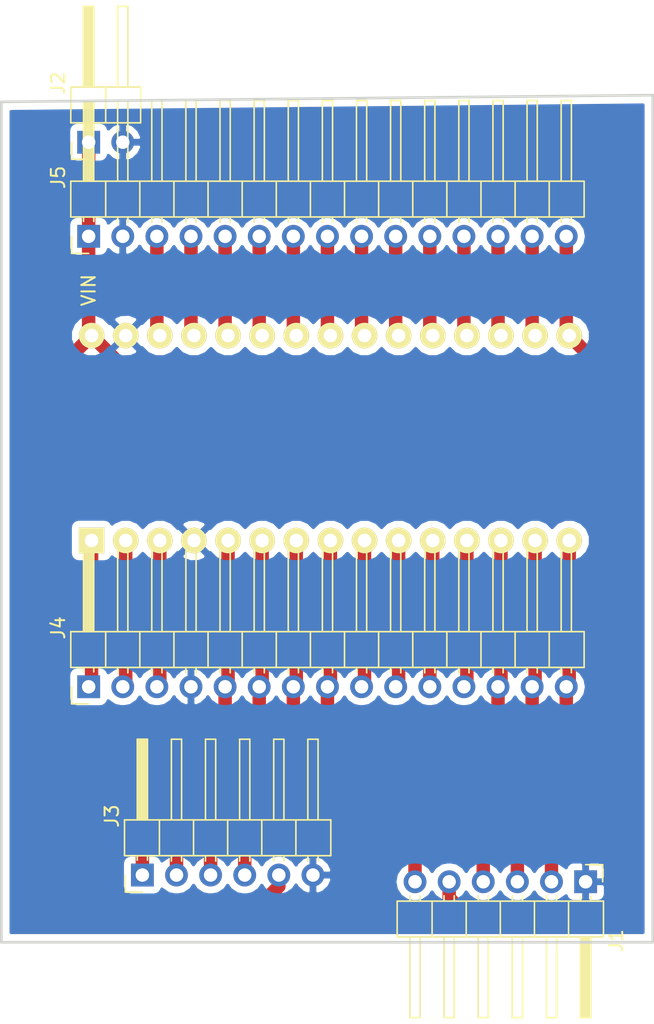
<source format=kicad_pcb>
(kicad_pcb (version 20171130) (host pcbnew "(5.0.0-3-g5ebb6b6)")

  (general
    (thickness 1.6)
    (drawings 4)
    (tracks 97)
    (zones 0)
    (modules 6)
    (nets 30)
  )

  (page A4)
  (layers
    (0 F.Cu signal)
    (31 B.Cu signal)
    (32 B.Adhes user)
    (33 F.Adhes user)
    (34 B.Paste user hide)
    (35 F.Paste user)
    (36 B.SilkS user)
    (37 F.SilkS user hide)
    (38 B.Mask user)
    (39 F.Mask user)
    (40 Dwgs.User user)
    (41 Cmts.User user)
    (42 Eco1.User user)
    (43 Eco2.User user)
    (44 Edge.Cuts user)
    (45 Margin user)
    (46 B.CrtYd user)
    (47 F.CrtYd user)
    (48 B.Fab user)
    (49 F.Fab user)
  )

  (setup
    (last_trace_width 1)
    (user_trace_width 0.5)
    (user_trace_width 1)
    (trace_clearance 0.2)
    (zone_clearance 0.508)
    (zone_45_only no)
    (trace_min 0.2)
    (segment_width 0.2)
    (edge_width 0.15)
    (via_size 0.8)
    (via_drill 0.4)
    (via_min_size 0.4)
    (via_min_drill 0.3)
    (uvia_size 0.3)
    (uvia_drill 0.1)
    (uvias_allowed no)
    (uvia_min_size 0.2)
    (uvia_min_drill 0.1)
    (pcb_text_width 0.3)
    (pcb_text_size 1.5 1.5)
    (mod_edge_width 0.15)
    (mod_text_size 1 1)
    (mod_text_width 0.15)
    (pad_size 1.524 1.524)
    (pad_drill 0.762)
    (pad_to_mask_clearance 0.2)
    (aux_axis_origin 0 0)
    (visible_elements FFFFFF7F)
    (pcbplotparams
      (layerselection 0x010fc_ffffffff)
      (usegerberextensions false)
      (usegerberattributes false)
      (usegerberadvancedattributes false)
      (creategerberjobfile false)
      (excludeedgelayer true)
      (linewidth 0.100000)
      (plotframeref false)
      (viasonmask false)
      (mode 1)
      (useauxorigin false)
      (hpglpennumber 1)
      (hpglpenspeed 20)
      (hpglpendiameter 15.000000)
      (psnegative false)
      (psa4output false)
      (plotreference true)
      (plotvalue true)
      (plotinvisibletext false)
      (padsonsilk false)
      (subtractmaskfromsilk false)
      (outputformat 1)
      (mirror false)
      (drillshape 1)
      (scaleselection 1)
      (outputdirectory ""))
  )

  (net 0 "")
  (net 1 GND)
  (net 2 5v)
  (net 3 /MISO)
  (net 4 /MOSI)
  (net 5 /SCK)
  (net 6 /SS)
  (net 7 /GPS_TP)
  (net 8 /GPS_EN)
  (net 9 /GPS_RX)
  (net 10 /GPS_TX)
  (net 11 "Net-(J4-Pad1)")
  (net 12 "Net-(J4-Pad2)")
  (net 13 "Net-(J4-Pad3)")
  (net 14 "Net-(J4-Pad9)")
  (net 15 "Net-(J4-Pad10)")
  (net 16 "Net-(J4-Pad11)")
  (net 17 "Net-(J4-Pad12)")
  (net 18 "Net-(J5-Pad14)")
  (net 19 "Net-(J5-Pad13)")
  (net 20 "Net-(J5-Pad12)")
  (net 21 "Net-(J5-Pad11)")
  (net 22 "Net-(J5-Pad10)")
  (net 23 "Net-(J5-Pad9)")
  (net 24 "Net-(J5-Pad8)")
  (net 25 "Net-(J5-Pad7)")
  (net 26 "Net-(J5-Pad6)")
  (net 27 "Net-(J5-Pad5)")
  (net 28 "Net-(J5-Pad4)")
  (net 29 "Net-(J5-Pad3)")

  (net_class Default "This is the default net class."
    (clearance 0.2)
    (trace_width 0.25)
    (via_dia 0.8)
    (via_drill 0.4)
    (uvia_dia 0.3)
    (uvia_drill 0.1)
    (add_net /GPS_EN)
    (add_net /GPS_RX)
    (add_net /GPS_TP)
    (add_net /GPS_TX)
    (add_net /MISO)
    (add_net /MOSI)
    (add_net /SCK)
    (add_net /SS)
    (add_net 5v)
    (add_net GND)
    (add_net "Net-(J4-Pad1)")
    (add_net "Net-(J4-Pad10)")
    (add_net "Net-(J4-Pad11)")
    (add_net "Net-(J4-Pad12)")
    (add_net "Net-(J4-Pad2)")
    (add_net "Net-(J4-Pad3)")
    (add_net "Net-(J4-Pad9)")
    (add_net "Net-(J5-Pad10)")
    (add_net "Net-(J5-Pad11)")
    (add_net "Net-(J5-Pad12)")
    (add_net "Net-(J5-Pad13)")
    (add_net "Net-(J5-Pad14)")
    (add_net "Net-(J5-Pad3)")
    (add_net "Net-(J5-Pad4)")
    (add_net "Net-(J5-Pad5)")
    (add_net "Net-(J5-Pad6)")
    (add_net "Net-(J5-Pad7)")
    (add_net "Net-(J5-Pad8)")
    (add_net "Net-(J5-Pad9)")
  )

  (module Pin_Headers:Pin_Header_Angled_1x06_Pitch2.54mm (layer F.Cu) (tedit 59650532) (tstamp 5DBEB461)
    (at 181.5 106 270)
    (descr "Through hole angled pin header, 1x06, 2.54mm pitch, 6mm pin length, single row")
    (tags "Through hole angled pin header THT 1x06 2.54mm single row")
    (path /5DB691AB)
    (fp_text reference J1 (at 4.385 -2.27 270) (layer F.SilkS)
      (effects (font (size 1 1) (thickness 0.15)))
    )
    (fp_text value CONN_01x06 (at 4.385 14.97 270) (layer F.Fab)
      (effects (font (size 1 1) (thickness 0.15)))
    )
    (fp_line (start 2.135 -1.27) (end 4.04 -1.27) (layer F.Fab) (width 0.1))
    (fp_line (start 4.04 -1.27) (end 4.04 13.97) (layer F.Fab) (width 0.1))
    (fp_line (start 4.04 13.97) (end 1.5 13.97) (layer F.Fab) (width 0.1))
    (fp_line (start 1.5 13.97) (end 1.5 -0.635) (layer F.Fab) (width 0.1))
    (fp_line (start 1.5 -0.635) (end 2.135 -1.27) (layer F.Fab) (width 0.1))
    (fp_line (start -0.32 -0.32) (end 1.5 -0.32) (layer F.Fab) (width 0.1))
    (fp_line (start -0.32 -0.32) (end -0.32 0.32) (layer F.Fab) (width 0.1))
    (fp_line (start -0.32 0.32) (end 1.5 0.32) (layer F.Fab) (width 0.1))
    (fp_line (start 4.04 -0.32) (end 10.04 -0.32) (layer F.Fab) (width 0.1))
    (fp_line (start 10.04 -0.32) (end 10.04 0.32) (layer F.Fab) (width 0.1))
    (fp_line (start 4.04 0.32) (end 10.04 0.32) (layer F.Fab) (width 0.1))
    (fp_line (start -0.32 2.22) (end 1.5 2.22) (layer F.Fab) (width 0.1))
    (fp_line (start -0.32 2.22) (end -0.32 2.86) (layer F.Fab) (width 0.1))
    (fp_line (start -0.32 2.86) (end 1.5 2.86) (layer F.Fab) (width 0.1))
    (fp_line (start 4.04 2.22) (end 10.04 2.22) (layer F.Fab) (width 0.1))
    (fp_line (start 10.04 2.22) (end 10.04 2.86) (layer F.Fab) (width 0.1))
    (fp_line (start 4.04 2.86) (end 10.04 2.86) (layer F.Fab) (width 0.1))
    (fp_line (start -0.32 4.76) (end 1.5 4.76) (layer F.Fab) (width 0.1))
    (fp_line (start -0.32 4.76) (end -0.32 5.4) (layer F.Fab) (width 0.1))
    (fp_line (start -0.32 5.4) (end 1.5 5.4) (layer F.Fab) (width 0.1))
    (fp_line (start 4.04 4.76) (end 10.04 4.76) (layer F.Fab) (width 0.1))
    (fp_line (start 10.04 4.76) (end 10.04 5.4) (layer F.Fab) (width 0.1))
    (fp_line (start 4.04 5.4) (end 10.04 5.4) (layer F.Fab) (width 0.1))
    (fp_line (start -0.32 7.3) (end 1.5 7.3) (layer F.Fab) (width 0.1))
    (fp_line (start -0.32 7.3) (end -0.32 7.94) (layer F.Fab) (width 0.1))
    (fp_line (start -0.32 7.94) (end 1.5 7.94) (layer F.Fab) (width 0.1))
    (fp_line (start 4.04 7.3) (end 10.04 7.3) (layer F.Fab) (width 0.1))
    (fp_line (start 10.04 7.3) (end 10.04 7.94) (layer F.Fab) (width 0.1))
    (fp_line (start 4.04 7.94) (end 10.04 7.94) (layer F.Fab) (width 0.1))
    (fp_line (start -0.32 9.84) (end 1.5 9.84) (layer F.Fab) (width 0.1))
    (fp_line (start -0.32 9.84) (end -0.32 10.48) (layer F.Fab) (width 0.1))
    (fp_line (start -0.32 10.48) (end 1.5 10.48) (layer F.Fab) (width 0.1))
    (fp_line (start 4.04 9.84) (end 10.04 9.84) (layer F.Fab) (width 0.1))
    (fp_line (start 10.04 9.84) (end 10.04 10.48) (layer F.Fab) (width 0.1))
    (fp_line (start 4.04 10.48) (end 10.04 10.48) (layer F.Fab) (width 0.1))
    (fp_line (start -0.32 12.38) (end 1.5 12.38) (layer F.Fab) (width 0.1))
    (fp_line (start -0.32 12.38) (end -0.32 13.02) (layer F.Fab) (width 0.1))
    (fp_line (start -0.32 13.02) (end 1.5 13.02) (layer F.Fab) (width 0.1))
    (fp_line (start 4.04 12.38) (end 10.04 12.38) (layer F.Fab) (width 0.1))
    (fp_line (start 10.04 12.38) (end 10.04 13.02) (layer F.Fab) (width 0.1))
    (fp_line (start 4.04 13.02) (end 10.04 13.02) (layer F.Fab) (width 0.1))
    (fp_line (start 1.44 -1.33) (end 1.44 14.03) (layer F.SilkS) (width 0.12))
    (fp_line (start 1.44 14.03) (end 4.1 14.03) (layer F.SilkS) (width 0.12))
    (fp_line (start 4.1 14.03) (end 4.1 -1.33) (layer F.SilkS) (width 0.12))
    (fp_line (start 4.1 -1.33) (end 1.44 -1.33) (layer F.SilkS) (width 0.12))
    (fp_line (start 4.1 -0.38) (end 10.1 -0.38) (layer F.SilkS) (width 0.12))
    (fp_line (start 10.1 -0.38) (end 10.1 0.38) (layer F.SilkS) (width 0.12))
    (fp_line (start 10.1 0.38) (end 4.1 0.38) (layer F.SilkS) (width 0.12))
    (fp_line (start 4.1 -0.32) (end 10.1 -0.32) (layer F.SilkS) (width 0.12))
    (fp_line (start 4.1 -0.2) (end 10.1 -0.2) (layer F.SilkS) (width 0.12))
    (fp_line (start 4.1 -0.08) (end 10.1 -0.08) (layer F.SilkS) (width 0.12))
    (fp_line (start 4.1 0.04) (end 10.1 0.04) (layer F.SilkS) (width 0.12))
    (fp_line (start 4.1 0.16) (end 10.1 0.16) (layer F.SilkS) (width 0.12))
    (fp_line (start 4.1 0.28) (end 10.1 0.28) (layer F.SilkS) (width 0.12))
    (fp_line (start 1.11 -0.38) (end 1.44 -0.38) (layer F.SilkS) (width 0.12))
    (fp_line (start 1.11 0.38) (end 1.44 0.38) (layer F.SilkS) (width 0.12))
    (fp_line (start 1.44 1.27) (end 4.1 1.27) (layer F.SilkS) (width 0.12))
    (fp_line (start 4.1 2.16) (end 10.1 2.16) (layer F.SilkS) (width 0.12))
    (fp_line (start 10.1 2.16) (end 10.1 2.92) (layer F.SilkS) (width 0.12))
    (fp_line (start 10.1 2.92) (end 4.1 2.92) (layer F.SilkS) (width 0.12))
    (fp_line (start 1.042929 2.16) (end 1.44 2.16) (layer F.SilkS) (width 0.12))
    (fp_line (start 1.042929 2.92) (end 1.44 2.92) (layer F.SilkS) (width 0.12))
    (fp_line (start 1.44 3.81) (end 4.1 3.81) (layer F.SilkS) (width 0.12))
    (fp_line (start 4.1 4.7) (end 10.1 4.7) (layer F.SilkS) (width 0.12))
    (fp_line (start 10.1 4.7) (end 10.1 5.46) (layer F.SilkS) (width 0.12))
    (fp_line (start 10.1 5.46) (end 4.1 5.46) (layer F.SilkS) (width 0.12))
    (fp_line (start 1.042929 4.7) (end 1.44 4.7) (layer F.SilkS) (width 0.12))
    (fp_line (start 1.042929 5.46) (end 1.44 5.46) (layer F.SilkS) (width 0.12))
    (fp_line (start 1.44 6.35) (end 4.1 6.35) (layer F.SilkS) (width 0.12))
    (fp_line (start 4.1 7.24) (end 10.1 7.24) (layer F.SilkS) (width 0.12))
    (fp_line (start 10.1 7.24) (end 10.1 8) (layer F.SilkS) (width 0.12))
    (fp_line (start 10.1 8) (end 4.1 8) (layer F.SilkS) (width 0.12))
    (fp_line (start 1.042929 7.24) (end 1.44 7.24) (layer F.SilkS) (width 0.12))
    (fp_line (start 1.042929 8) (end 1.44 8) (layer F.SilkS) (width 0.12))
    (fp_line (start 1.44 8.89) (end 4.1 8.89) (layer F.SilkS) (width 0.12))
    (fp_line (start 4.1 9.78) (end 10.1 9.78) (layer F.SilkS) (width 0.12))
    (fp_line (start 10.1 9.78) (end 10.1 10.54) (layer F.SilkS) (width 0.12))
    (fp_line (start 10.1 10.54) (end 4.1 10.54) (layer F.SilkS) (width 0.12))
    (fp_line (start 1.042929 9.78) (end 1.44 9.78) (layer F.SilkS) (width 0.12))
    (fp_line (start 1.042929 10.54) (end 1.44 10.54) (layer F.SilkS) (width 0.12))
    (fp_line (start 1.44 11.43) (end 4.1 11.43) (layer F.SilkS) (width 0.12))
    (fp_line (start 4.1 12.32) (end 10.1 12.32) (layer F.SilkS) (width 0.12))
    (fp_line (start 10.1 12.32) (end 10.1 13.08) (layer F.SilkS) (width 0.12))
    (fp_line (start 10.1 13.08) (end 4.1 13.08) (layer F.SilkS) (width 0.12))
    (fp_line (start 1.042929 12.32) (end 1.44 12.32) (layer F.SilkS) (width 0.12))
    (fp_line (start 1.042929 13.08) (end 1.44 13.08) (layer F.SilkS) (width 0.12))
    (fp_line (start -1.27 0) (end -1.27 -1.27) (layer F.SilkS) (width 0.12))
    (fp_line (start -1.27 -1.27) (end 0 -1.27) (layer F.SilkS) (width 0.12))
    (fp_line (start -1.8 -1.8) (end -1.8 14.5) (layer F.CrtYd) (width 0.05))
    (fp_line (start -1.8 14.5) (end 10.55 14.5) (layer F.CrtYd) (width 0.05))
    (fp_line (start 10.55 14.5) (end 10.55 -1.8) (layer F.CrtYd) (width 0.05))
    (fp_line (start 10.55 -1.8) (end -1.8 -1.8) (layer F.CrtYd) (width 0.05))
    (fp_text user %R (at 2.77 6.35) (layer F.Fab)
      (effects (font (size 1 1) (thickness 0.15)))
    )
    (pad 1 thru_hole rect (at 0 0 270) (size 1.7 1.7) (drill 1) (layers *.Cu *.Mask)
      (net 1 GND))
    (pad 2 thru_hole oval (at 0 2.54 270) (size 1.7 1.7) (drill 1) (layers *.Cu *.Mask)
      (net 2 5v))
    (pad 3 thru_hole oval (at 0 5.08 270) (size 1.7 1.7) (drill 1) (layers *.Cu *.Mask)
      (net 3 /MISO))
    (pad 4 thru_hole oval (at 0 7.62 270) (size 1.7 1.7) (drill 1) (layers *.Cu *.Mask)
      (net 4 /MOSI))
    (pad 5 thru_hole oval (at 0 10.16 270) (size 1.7 1.7) (drill 1) (layers *.Cu *.Mask)
      (net 5 /SCK))
    (pad 6 thru_hole oval (at 0 12.7 270) (size 1.7 1.7) (drill 1) (layers *.Cu *.Mask)
      (net 6 /SS))
    (model ${KISYS3DMOD}/Pin_Headers.3dshapes/Pin_Header_Angled_1x06_Pitch2.54mm.wrl
      (at (xyz 0 0 0))
      (scale (xyz 1 1 1))
      (rotate (xyz 0 0 0))
    )
  )

  (module Pin_Headers:Pin_Header_Angled_1x02_Pitch2.54mm (layer F.Cu) (tedit 59650532) (tstamp 5DBEB494)
    (at 144.5 51 90)
    (descr "Through hole angled pin header, 1x02, 2.54mm pitch, 6mm pin length, single row")
    (tags "Through hole angled pin header THT 1x02 2.54mm single row")
    (path /5DAC37B7)
    (fp_text reference J2 (at 4.385 -2.27 90) (layer F.SilkS)
      (effects (font (size 1 1) (thickness 0.15)))
    )
    (fp_text value CONN_01x02 (at 4.385 4.81 90) (layer F.Fab)
      (effects (font (size 1 1) (thickness 0.15)))
    )
    (fp_text user %R (at 2.77 1.27 180) (layer F.Fab)
      (effects (font (size 1 1) (thickness 0.15)))
    )
    (fp_line (start 10.55 -1.8) (end -1.8 -1.8) (layer F.CrtYd) (width 0.05))
    (fp_line (start 10.55 4.35) (end 10.55 -1.8) (layer F.CrtYd) (width 0.05))
    (fp_line (start -1.8 4.35) (end 10.55 4.35) (layer F.CrtYd) (width 0.05))
    (fp_line (start -1.8 -1.8) (end -1.8 4.35) (layer F.CrtYd) (width 0.05))
    (fp_line (start -1.27 -1.27) (end 0 -1.27) (layer F.SilkS) (width 0.12))
    (fp_line (start -1.27 0) (end -1.27 -1.27) (layer F.SilkS) (width 0.12))
    (fp_line (start 1.042929 2.92) (end 1.44 2.92) (layer F.SilkS) (width 0.12))
    (fp_line (start 1.042929 2.16) (end 1.44 2.16) (layer F.SilkS) (width 0.12))
    (fp_line (start 10.1 2.92) (end 4.1 2.92) (layer F.SilkS) (width 0.12))
    (fp_line (start 10.1 2.16) (end 10.1 2.92) (layer F.SilkS) (width 0.12))
    (fp_line (start 4.1 2.16) (end 10.1 2.16) (layer F.SilkS) (width 0.12))
    (fp_line (start 1.44 1.27) (end 4.1 1.27) (layer F.SilkS) (width 0.12))
    (fp_line (start 1.11 0.38) (end 1.44 0.38) (layer F.SilkS) (width 0.12))
    (fp_line (start 1.11 -0.38) (end 1.44 -0.38) (layer F.SilkS) (width 0.12))
    (fp_line (start 4.1 0.28) (end 10.1 0.28) (layer F.SilkS) (width 0.12))
    (fp_line (start 4.1 0.16) (end 10.1 0.16) (layer F.SilkS) (width 0.12))
    (fp_line (start 4.1 0.04) (end 10.1 0.04) (layer F.SilkS) (width 0.12))
    (fp_line (start 4.1 -0.08) (end 10.1 -0.08) (layer F.SilkS) (width 0.12))
    (fp_line (start 4.1 -0.2) (end 10.1 -0.2) (layer F.SilkS) (width 0.12))
    (fp_line (start 4.1 -0.32) (end 10.1 -0.32) (layer F.SilkS) (width 0.12))
    (fp_line (start 10.1 0.38) (end 4.1 0.38) (layer F.SilkS) (width 0.12))
    (fp_line (start 10.1 -0.38) (end 10.1 0.38) (layer F.SilkS) (width 0.12))
    (fp_line (start 4.1 -0.38) (end 10.1 -0.38) (layer F.SilkS) (width 0.12))
    (fp_line (start 4.1 -1.33) (end 1.44 -1.33) (layer F.SilkS) (width 0.12))
    (fp_line (start 4.1 3.87) (end 4.1 -1.33) (layer F.SilkS) (width 0.12))
    (fp_line (start 1.44 3.87) (end 4.1 3.87) (layer F.SilkS) (width 0.12))
    (fp_line (start 1.44 -1.33) (end 1.44 3.87) (layer F.SilkS) (width 0.12))
    (fp_line (start 4.04 2.86) (end 10.04 2.86) (layer F.Fab) (width 0.1))
    (fp_line (start 10.04 2.22) (end 10.04 2.86) (layer F.Fab) (width 0.1))
    (fp_line (start 4.04 2.22) (end 10.04 2.22) (layer F.Fab) (width 0.1))
    (fp_line (start -0.32 2.86) (end 1.5 2.86) (layer F.Fab) (width 0.1))
    (fp_line (start -0.32 2.22) (end -0.32 2.86) (layer F.Fab) (width 0.1))
    (fp_line (start -0.32 2.22) (end 1.5 2.22) (layer F.Fab) (width 0.1))
    (fp_line (start 4.04 0.32) (end 10.04 0.32) (layer F.Fab) (width 0.1))
    (fp_line (start 10.04 -0.32) (end 10.04 0.32) (layer F.Fab) (width 0.1))
    (fp_line (start 4.04 -0.32) (end 10.04 -0.32) (layer F.Fab) (width 0.1))
    (fp_line (start -0.32 0.32) (end 1.5 0.32) (layer F.Fab) (width 0.1))
    (fp_line (start -0.32 -0.32) (end -0.32 0.32) (layer F.Fab) (width 0.1))
    (fp_line (start -0.32 -0.32) (end 1.5 -0.32) (layer F.Fab) (width 0.1))
    (fp_line (start 1.5 -0.635) (end 2.135 -1.27) (layer F.Fab) (width 0.1))
    (fp_line (start 1.5 3.81) (end 1.5 -0.635) (layer F.Fab) (width 0.1))
    (fp_line (start 4.04 3.81) (end 1.5 3.81) (layer F.Fab) (width 0.1))
    (fp_line (start 4.04 -1.27) (end 4.04 3.81) (layer F.Fab) (width 0.1))
    (fp_line (start 2.135 -1.27) (end 4.04 -1.27) (layer F.Fab) (width 0.1))
    (pad 2 thru_hole oval (at 0 2.54 90) (size 1.7 1.7) (drill 1) (layers *.Cu *.Mask)
      (net 1 GND))
    (pad 1 thru_hole rect (at 0 0 90) (size 1.7 1.7) (drill 1) (layers *.Cu *.Mask)
      (net 2 5v))
    (model ${KISYS3DMOD}/Pin_Headers.3dshapes/Pin_Header_Angled_1x02_Pitch2.54mm.wrl
      (at (xyz 0 0 0))
      (scale (xyz 1 1 1))
      (rotate (xyz 0 0 0))
    )
  )

  (module Pin_Headers:Pin_Header_Angled_1x06_Pitch2.54mm (layer F.Cu) (tedit 59650532) (tstamp 5DBEB4FB)
    (at 148.5 105.5 90)
    (descr "Through hole angled pin header, 1x06, 2.54mm pitch, 6mm pin length, single row")
    (tags "Through hole angled pin header THT 1x06 2.54mm single row")
    (path /5DB59B3E)
    (fp_text reference J3 (at 4.385 -2.27 90) (layer F.SilkS)
      (effects (font (size 1 1) (thickness 0.15)))
    )
    (fp_text value CONN_01x06 (at 4.385 14.97 90) (layer F.Fab)
      (effects (font (size 1 1) (thickness 0.15)))
    )
    (fp_text user %R (at 2.77 6.35 180) (layer F.Fab)
      (effects (font (size 1 1) (thickness 0.15)))
    )
    (fp_line (start 10.55 -1.8) (end -1.8 -1.8) (layer F.CrtYd) (width 0.05))
    (fp_line (start 10.55 14.5) (end 10.55 -1.8) (layer F.CrtYd) (width 0.05))
    (fp_line (start -1.8 14.5) (end 10.55 14.5) (layer F.CrtYd) (width 0.05))
    (fp_line (start -1.8 -1.8) (end -1.8 14.5) (layer F.CrtYd) (width 0.05))
    (fp_line (start -1.27 -1.27) (end 0 -1.27) (layer F.SilkS) (width 0.12))
    (fp_line (start -1.27 0) (end -1.27 -1.27) (layer F.SilkS) (width 0.12))
    (fp_line (start 1.042929 13.08) (end 1.44 13.08) (layer F.SilkS) (width 0.12))
    (fp_line (start 1.042929 12.32) (end 1.44 12.32) (layer F.SilkS) (width 0.12))
    (fp_line (start 10.1 13.08) (end 4.1 13.08) (layer F.SilkS) (width 0.12))
    (fp_line (start 10.1 12.32) (end 10.1 13.08) (layer F.SilkS) (width 0.12))
    (fp_line (start 4.1 12.32) (end 10.1 12.32) (layer F.SilkS) (width 0.12))
    (fp_line (start 1.44 11.43) (end 4.1 11.43) (layer F.SilkS) (width 0.12))
    (fp_line (start 1.042929 10.54) (end 1.44 10.54) (layer F.SilkS) (width 0.12))
    (fp_line (start 1.042929 9.78) (end 1.44 9.78) (layer F.SilkS) (width 0.12))
    (fp_line (start 10.1 10.54) (end 4.1 10.54) (layer F.SilkS) (width 0.12))
    (fp_line (start 10.1 9.78) (end 10.1 10.54) (layer F.SilkS) (width 0.12))
    (fp_line (start 4.1 9.78) (end 10.1 9.78) (layer F.SilkS) (width 0.12))
    (fp_line (start 1.44 8.89) (end 4.1 8.89) (layer F.SilkS) (width 0.12))
    (fp_line (start 1.042929 8) (end 1.44 8) (layer F.SilkS) (width 0.12))
    (fp_line (start 1.042929 7.24) (end 1.44 7.24) (layer F.SilkS) (width 0.12))
    (fp_line (start 10.1 8) (end 4.1 8) (layer F.SilkS) (width 0.12))
    (fp_line (start 10.1 7.24) (end 10.1 8) (layer F.SilkS) (width 0.12))
    (fp_line (start 4.1 7.24) (end 10.1 7.24) (layer F.SilkS) (width 0.12))
    (fp_line (start 1.44 6.35) (end 4.1 6.35) (layer F.SilkS) (width 0.12))
    (fp_line (start 1.042929 5.46) (end 1.44 5.46) (layer F.SilkS) (width 0.12))
    (fp_line (start 1.042929 4.7) (end 1.44 4.7) (layer F.SilkS) (width 0.12))
    (fp_line (start 10.1 5.46) (end 4.1 5.46) (layer F.SilkS) (width 0.12))
    (fp_line (start 10.1 4.7) (end 10.1 5.46) (layer F.SilkS) (width 0.12))
    (fp_line (start 4.1 4.7) (end 10.1 4.7) (layer F.SilkS) (width 0.12))
    (fp_line (start 1.44 3.81) (end 4.1 3.81) (layer F.SilkS) (width 0.12))
    (fp_line (start 1.042929 2.92) (end 1.44 2.92) (layer F.SilkS) (width 0.12))
    (fp_line (start 1.042929 2.16) (end 1.44 2.16) (layer F.SilkS) (width 0.12))
    (fp_line (start 10.1 2.92) (end 4.1 2.92) (layer F.SilkS) (width 0.12))
    (fp_line (start 10.1 2.16) (end 10.1 2.92) (layer F.SilkS) (width 0.12))
    (fp_line (start 4.1 2.16) (end 10.1 2.16) (layer F.SilkS) (width 0.12))
    (fp_line (start 1.44 1.27) (end 4.1 1.27) (layer F.SilkS) (width 0.12))
    (fp_line (start 1.11 0.38) (end 1.44 0.38) (layer F.SilkS) (width 0.12))
    (fp_line (start 1.11 -0.38) (end 1.44 -0.38) (layer F.SilkS) (width 0.12))
    (fp_line (start 4.1 0.28) (end 10.1 0.28) (layer F.SilkS) (width 0.12))
    (fp_line (start 4.1 0.16) (end 10.1 0.16) (layer F.SilkS) (width 0.12))
    (fp_line (start 4.1 0.04) (end 10.1 0.04) (layer F.SilkS) (width 0.12))
    (fp_line (start 4.1 -0.08) (end 10.1 -0.08) (layer F.SilkS) (width 0.12))
    (fp_line (start 4.1 -0.2) (end 10.1 -0.2) (layer F.SilkS) (width 0.12))
    (fp_line (start 4.1 -0.32) (end 10.1 -0.32) (layer F.SilkS) (width 0.12))
    (fp_line (start 10.1 0.38) (end 4.1 0.38) (layer F.SilkS) (width 0.12))
    (fp_line (start 10.1 -0.38) (end 10.1 0.38) (layer F.SilkS) (width 0.12))
    (fp_line (start 4.1 -0.38) (end 10.1 -0.38) (layer F.SilkS) (width 0.12))
    (fp_line (start 4.1 -1.33) (end 1.44 -1.33) (layer F.SilkS) (width 0.12))
    (fp_line (start 4.1 14.03) (end 4.1 -1.33) (layer F.SilkS) (width 0.12))
    (fp_line (start 1.44 14.03) (end 4.1 14.03) (layer F.SilkS) (width 0.12))
    (fp_line (start 1.44 -1.33) (end 1.44 14.03) (layer F.SilkS) (width 0.12))
    (fp_line (start 4.04 13.02) (end 10.04 13.02) (layer F.Fab) (width 0.1))
    (fp_line (start 10.04 12.38) (end 10.04 13.02) (layer F.Fab) (width 0.1))
    (fp_line (start 4.04 12.38) (end 10.04 12.38) (layer F.Fab) (width 0.1))
    (fp_line (start -0.32 13.02) (end 1.5 13.02) (layer F.Fab) (width 0.1))
    (fp_line (start -0.32 12.38) (end -0.32 13.02) (layer F.Fab) (width 0.1))
    (fp_line (start -0.32 12.38) (end 1.5 12.38) (layer F.Fab) (width 0.1))
    (fp_line (start 4.04 10.48) (end 10.04 10.48) (layer F.Fab) (width 0.1))
    (fp_line (start 10.04 9.84) (end 10.04 10.48) (layer F.Fab) (width 0.1))
    (fp_line (start 4.04 9.84) (end 10.04 9.84) (layer F.Fab) (width 0.1))
    (fp_line (start -0.32 10.48) (end 1.5 10.48) (layer F.Fab) (width 0.1))
    (fp_line (start -0.32 9.84) (end -0.32 10.48) (layer F.Fab) (width 0.1))
    (fp_line (start -0.32 9.84) (end 1.5 9.84) (layer F.Fab) (width 0.1))
    (fp_line (start 4.04 7.94) (end 10.04 7.94) (layer F.Fab) (width 0.1))
    (fp_line (start 10.04 7.3) (end 10.04 7.94) (layer F.Fab) (width 0.1))
    (fp_line (start 4.04 7.3) (end 10.04 7.3) (layer F.Fab) (width 0.1))
    (fp_line (start -0.32 7.94) (end 1.5 7.94) (layer F.Fab) (width 0.1))
    (fp_line (start -0.32 7.3) (end -0.32 7.94) (layer F.Fab) (width 0.1))
    (fp_line (start -0.32 7.3) (end 1.5 7.3) (layer F.Fab) (width 0.1))
    (fp_line (start 4.04 5.4) (end 10.04 5.4) (layer F.Fab) (width 0.1))
    (fp_line (start 10.04 4.76) (end 10.04 5.4) (layer F.Fab) (width 0.1))
    (fp_line (start 4.04 4.76) (end 10.04 4.76) (layer F.Fab) (width 0.1))
    (fp_line (start -0.32 5.4) (end 1.5 5.4) (layer F.Fab) (width 0.1))
    (fp_line (start -0.32 4.76) (end -0.32 5.4) (layer F.Fab) (width 0.1))
    (fp_line (start -0.32 4.76) (end 1.5 4.76) (layer F.Fab) (width 0.1))
    (fp_line (start 4.04 2.86) (end 10.04 2.86) (layer F.Fab) (width 0.1))
    (fp_line (start 10.04 2.22) (end 10.04 2.86) (layer F.Fab) (width 0.1))
    (fp_line (start 4.04 2.22) (end 10.04 2.22) (layer F.Fab) (width 0.1))
    (fp_line (start -0.32 2.86) (end 1.5 2.86) (layer F.Fab) (width 0.1))
    (fp_line (start -0.32 2.22) (end -0.32 2.86) (layer F.Fab) (width 0.1))
    (fp_line (start -0.32 2.22) (end 1.5 2.22) (layer F.Fab) (width 0.1))
    (fp_line (start 4.04 0.32) (end 10.04 0.32) (layer F.Fab) (width 0.1))
    (fp_line (start 10.04 -0.32) (end 10.04 0.32) (layer F.Fab) (width 0.1))
    (fp_line (start 4.04 -0.32) (end 10.04 -0.32) (layer F.Fab) (width 0.1))
    (fp_line (start -0.32 0.32) (end 1.5 0.32) (layer F.Fab) (width 0.1))
    (fp_line (start -0.32 -0.32) (end -0.32 0.32) (layer F.Fab) (width 0.1))
    (fp_line (start -0.32 -0.32) (end 1.5 -0.32) (layer F.Fab) (width 0.1))
    (fp_line (start 1.5 -0.635) (end 2.135 -1.27) (layer F.Fab) (width 0.1))
    (fp_line (start 1.5 13.97) (end 1.5 -0.635) (layer F.Fab) (width 0.1))
    (fp_line (start 4.04 13.97) (end 1.5 13.97) (layer F.Fab) (width 0.1))
    (fp_line (start 4.04 -1.27) (end 4.04 13.97) (layer F.Fab) (width 0.1))
    (fp_line (start 2.135 -1.27) (end 4.04 -1.27) (layer F.Fab) (width 0.1))
    (pad 6 thru_hole oval (at 0 12.7 90) (size 1.7 1.7) (drill 1) (layers *.Cu *.Mask)
      (net 1 GND))
    (pad 5 thru_hole oval (at 0 10.16 90) (size 1.7 1.7) (drill 1) (layers *.Cu *.Mask)
      (net 2 5v))
    (pad 4 thru_hole oval (at 0 7.62 90) (size 1.7 1.7) (drill 1) (layers *.Cu *.Mask)
      (net 7 /GPS_TP))
    (pad 3 thru_hole oval (at 0 5.08 90) (size 1.7 1.7) (drill 1) (layers *.Cu *.Mask)
      (net 8 /GPS_EN))
    (pad 2 thru_hole oval (at 0 2.54 90) (size 1.7 1.7) (drill 1) (layers *.Cu *.Mask)
      (net 9 /GPS_RX))
    (pad 1 thru_hole rect (at 0 0 90) (size 1.7 1.7) (drill 1) (layers *.Cu *.Mask)
      (net 10 /GPS_TX))
    (model ${KISYS3DMOD}/Pin_Headers.3dshapes/Pin_Header_Angled_1x06_Pitch2.54mm.wrl
      (at (xyz 0 0 0))
      (scale (xyz 1 1 1))
      (rotate (xyz 0 0 0))
    )
  )

  (module Pin_Headers:Pin_Header_Angled_1x15_Pitch2.54mm (layer F.Cu) (tedit 59650532) (tstamp 5DBEB5D7)
    (at 144.5 91.5 90)
    (descr "Through hole angled pin header, 1x15, 2.54mm pitch, 6mm pin length, single row")
    (tags "Through hole angled pin header THT 1x15 2.54mm single row")
    (path /5DAC58B0)
    (fp_text reference J4 (at 4.385 -2.27 90) (layer F.SilkS)
      (effects (font (size 1 1) (thickness 0.15)))
    )
    (fp_text value CONN_01x15 (at 4.385 37.83 90) (layer F.Fab)
      (effects (font (size 1 1) (thickness 0.15)))
    )
    (fp_line (start 2.135 -1.27) (end 4.04 -1.27) (layer F.Fab) (width 0.1))
    (fp_line (start 4.04 -1.27) (end 4.04 36.83) (layer F.Fab) (width 0.1))
    (fp_line (start 4.04 36.83) (end 1.5 36.83) (layer F.Fab) (width 0.1))
    (fp_line (start 1.5 36.83) (end 1.5 -0.635) (layer F.Fab) (width 0.1))
    (fp_line (start 1.5 -0.635) (end 2.135 -1.27) (layer F.Fab) (width 0.1))
    (fp_line (start -0.32 -0.32) (end 1.5 -0.32) (layer F.Fab) (width 0.1))
    (fp_line (start -0.32 -0.32) (end -0.32 0.32) (layer F.Fab) (width 0.1))
    (fp_line (start -0.32 0.32) (end 1.5 0.32) (layer F.Fab) (width 0.1))
    (fp_line (start 4.04 -0.32) (end 10.04 -0.32) (layer F.Fab) (width 0.1))
    (fp_line (start 10.04 -0.32) (end 10.04 0.32) (layer F.Fab) (width 0.1))
    (fp_line (start 4.04 0.32) (end 10.04 0.32) (layer F.Fab) (width 0.1))
    (fp_line (start -0.32 2.22) (end 1.5 2.22) (layer F.Fab) (width 0.1))
    (fp_line (start -0.32 2.22) (end -0.32 2.86) (layer F.Fab) (width 0.1))
    (fp_line (start -0.32 2.86) (end 1.5 2.86) (layer F.Fab) (width 0.1))
    (fp_line (start 4.04 2.22) (end 10.04 2.22) (layer F.Fab) (width 0.1))
    (fp_line (start 10.04 2.22) (end 10.04 2.86) (layer F.Fab) (width 0.1))
    (fp_line (start 4.04 2.86) (end 10.04 2.86) (layer F.Fab) (width 0.1))
    (fp_line (start -0.32 4.76) (end 1.5 4.76) (layer F.Fab) (width 0.1))
    (fp_line (start -0.32 4.76) (end -0.32 5.4) (layer F.Fab) (width 0.1))
    (fp_line (start -0.32 5.4) (end 1.5 5.4) (layer F.Fab) (width 0.1))
    (fp_line (start 4.04 4.76) (end 10.04 4.76) (layer F.Fab) (width 0.1))
    (fp_line (start 10.04 4.76) (end 10.04 5.4) (layer F.Fab) (width 0.1))
    (fp_line (start 4.04 5.4) (end 10.04 5.4) (layer F.Fab) (width 0.1))
    (fp_line (start -0.32 7.3) (end 1.5 7.3) (layer F.Fab) (width 0.1))
    (fp_line (start -0.32 7.3) (end -0.32 7.94) (layer F.Fab) (width 0.1))
    (fp_line (start -0.32 7.94) (end 1.5 7.94) (layer F.Fab) (width 0.1))
    (fp_line (start 4.04 7.3) (end 10.04 7.3) (layer F.Fab) (width 0.1))
    (fp_line (start 10.04 7.3) (end 10.04 7.94) (layer F.Fab) (width 0.1))
    (fp_line (start 4.04 7.94) (end 10.04 7.94) (layer F.Fab) (width 0.1))
    (fp_line (start -0.32 9.84) (end 1.5 9.84) (layer F.Fab) (width 0.1))
    (fp_line (start -0.32 9.84) (end -0.32 10.48) (layer F.Fab) (width 0.1))
    (fp_line (start -0.32 10.48) (end 1.5 10.48) (layer F.Fab) (width 0.1))
    (fp_line (start 4.04 9.84) (end 10.04 9.84) (layer F.Fab) (width 0.1))
    (fp_line (start 10.04 9.84) (end 10.04 10.48) (layer F.Fab) (width 0.1))
    (fp_line (start 4.04 10.48) (end 10.04 10.48) (layer F.Fab) (width 0.1))
    (fp_line (start -0.32 12.38) (end 1.5 12.38) (layer F.Fab) (width 0.1))
    (fp_line (start -0.32 12.38) (end -0.32 13.02) (layer F.Fab) (width 0.1))
    (fp_line (start -0.32 13.02) (end 1.5 13.02) (layer F.Fab) (width 0.1))
    (fp_line (start 4.04 12.38) (end 10.04 12.38) (layer F.Fab) (width 0.1))
    (fp_line (start 10.04 12.38) (end 10.04 13.02) (layer F.Fab) (width 0.1))
    (fp_line (start 4.04 13.02) (end 10.04 13.02) (layer F.Fab) (width 0.1))
    (fp_line (start -0.32 14.92) (end 1.5 14.92) (layer F.Fab) (width 0.1))
    (fp_line (start -0.32 14.92) (end -0.32 15.56) (layer F.Fab) (width 0.1))
    (fp_line (start -0.32 15.56) (end 1.5 15.56) (layer F.Fab) (width 0.1))
    (fp_line (start 4.04 14.92) (end 10.04 14.92) (layer F.Fab) (width 0.1))
    (fp_line (start 10.04 14.92) (end 10.04 15.56) (layer F.Fab) (width 0.1))
    (fp_line (start 4.04 15.56) (end 10.04 15.56) (layer F.Fab) (width 0.1))
    (fp_line (start -0.32 17.46) (end 1.5 17.46) (layer F.Fab) (width 0.1))
    (fp_line (start -0.32 17.46) (end -0.32 18.1) (layer F.Fab) (width 0.1))
    (fp_line (start -0.32 18.1) (end 1.5 18.1) (layer F.Fab) (width 0.1))
    (fp_line (start 4.04 17.46) (end 10.04 17.46) (layer F.Fab) (width 0.1))
    (fp_line (start 10.04 17.46) (end 10.04 18.1) (layer F.Fab) (width 0.1))
    (fp_line (start 4.04 18.1) (end 10.04 18.1) (layer F.Fab) (width 0.1))
    (fp_line (start -0.32 20) (end 1.5 20) (layer F.Fab) (width 0.1))
    (fp_line (start -0.32 20) (end -0.32 20.64) (layer F.Fab) (width 0.1))
    (fp_line (start -0.32 20.64) (end 1.5 20.64) (layer F.Fab) (width 0.1))
    (fp_line (start 4.04 20) (end 10.04 20) (layer F.Fab) (width 0.1))
    (fp_line (start 10.04 20) (end 10.04 20.64) (layer F.Fab) (width 0.1))
    (fp_line (start 4.04 20.64) (end 10.04 20.64) (layer F.Fab) (width 0.1))
    (fp_line (start -0.32 22.54) (end 1.5 22.54) (layer F.Fab) (width 0.1))
    (fp_line (start -0.32 22.54) (end -0.32 23.18) (layer F.Fab) (width 0.1))
    (fp_line (start -0.32 23.18) (end 1.5 23.18) (layer F.Fab) (width 0.1))
    (fp_line (start 4.04 22.54) (end 10.04 22.54) (layer F.Fab) (width 0.1))
    (fp_line (start 10.04 22.54) (end 10.04 23.18) (layer F.Fab) (width 0.1))
    (fp_line (start 4.04 23.18) (end 10.04 23.18) (layer F.Fab) (width 0.1))
    (fp_line (start -0.32 25.08) (end 1.5 25.08) (layer F.Fab) (width 0.1))
    (fp_line (start -0.32 25.08) (end -0.32 25.72) (layer F.Fab) (width 0.1))
    (fp_line (start -0.32 25.72) (end 1.5 25.72) (layer F.Fab) (width 0.1))
    (fp_line (start 4.04 25.08) (end 10.04 25.08) (layer F.Fab) (width 0.1))
    (fp_line (start 10.04 25.08) (end 10.04 25.72) (layer F.Fab) (width 0.1))
    (fp_line (start 4.04 25.72) (end 10.04 25.72) (layer F.Fab) (width 0.1))
    (fp_line (start -0.32 27.62) (end 1.5 27.62) (layer F.Fab) (width 0.1))
    (fp_line (start -0.32 27.62) (end -0.32 28.26) (layer F.Fab) (width 0.1))
    (fp_line (start -0.32 28.26) (end 1.5 28.26) (layer F.Fab) (width 0.1))
    (fp_line (start 4.04 27.62) (end 10.04 27.62) (layer F.Fab) (width 0.1))
    (fp_line (start 10.04 27.62) (end 10.04 28.26) (layer F.Fab) (width 0.1))
    (fp_line (start 4.04 28.26) (end 10.04 28.26) (layer F.Fab) (width 0.1))
    (fp_line (start -0.32 30.16) (end 1.5 30.16) (layer F.Fab) (width 0.1))
    (fp_line (start -0.32 30.16) (end -0.32 30.8) (layer F.Fab) (width 0.1))
    (fp_line (start -0.32 30.8) (end 1.5 30.8) (layer F.Fab) (width 0.1))
    (fp_line (start 4.04 30.16) (end 10.04 30.16) (layer F.Fab) (width 0.1))
    (fp_line (start 10.04 30.16) (end 10.04 30.8) (layer F.Fab) (width 0.1))
    (fp_line (start 4.04 30.8) (end 10.04 30.8) (layer F.Fab) (width 0.1))
    (fp_line (start -0.32 32.7) (end 1.5 32.7) (layer F.Fab) (width 0.1))
    (fp_line (start -0.32 32.7) (end -0.32 33.34) (layer F.Fab) (width 0.1))
    (fp_line (start -0.32 33.34) (end 1.5 33.34) (layer F.Fab) (width 0.1))
    (fp_line (start 4.04 32.7) (end 10.04 32.7) (layer F.Fab) (width 0.1))
    (fp_line (start 10.04 32.7) (end 10.04 33.34) (layer F.Fab) (width 0.1))
    (fp_line (start 4.04 33.34) (end 10.04 33.34) (layer F.Fab) (width 0.1))
    (fp_line (start -0.32 35.24) (end 1.5 35.24) (layer F.Fab) (width 0.1))
    (fp_line (start -0.32 35.24) (end -0.32 35.88) (layer F.Fab) (width 0.1))
    (fp_line (start -0.32 35.88) (end 1.5 35.88) (layer F.Fab) (width 0.1))
    (fp_line (start 4.04 35.24) (end 10.04 35.24) (layer F.Fab) (width 0.1))
    (fp_line (start 10.04 35.24) (end 10.04 35.88) (layer F.Fab) (width 0.1))
    (fp_line (start 4.04 35.88) (end 10.04 35.88) (layer F.Fab) (width 0.1))
    (fp_line (start 1.44 -1.33) (end 1.44 36.89) (layer F.SilkS) (width 0.12))
    (fp_line (start 1.44 36.89) (end 4.1 36.89) (layer F.SilkS) (width 0.12))
    (fp_line (start 4.1 36.89) (end 4.1 -1.33) (layer F.SilkS) (width 0.12))
    (fp_line (start 4.1 -1.33) (end 1.44 -1.33) (layer F.SilkS) (width 0.12))
    (fp_line (start 4.1 -0.38) (end 10.1 -0.38) (layer F.SilkS) (width 0.12))
    (fp_line (start 10.1 -0.38) (end 10.1 0.38) (layer F.SilkS) (width 0.12))
    (fp_line (start 10.1 0.38) (end 4.1 0.38) (layer F.SilkS) (width 0.12))
    (fp_line (start 4.1 -0.32) (end 10.1 -0.32) (layer F.SilkS) (width 0.12))
    (fp_line (start 4.1 -0.2) (end 10.1 -0.2) (layer F.SilkS) (width 0.12))
    (fp_line (start 4.1 -0.08) (end 10.1 -0.08) (layer F.SilkS) (width 0.12))
    (fp_line (start 4.1 0.04) (end 10.1 0.04) (layer F.SilkS) (width 0.12))
    (fp_line (start 4.1 0.16) (end 10.1 0.16) (layer F.SilkS) (width 0.12))
    (fp_line (start 4.1 0.28) (end 10.1 0.28) (layer F.SilkS) (width 0.12))
    (fp_line (start 1.11 -0.38) (end 1.44 -0.38) (layer F.SilkS) (width 0.12))
    (fp_line (start 1.11 0.38) (end 1.44 0.38) (layer F.SilkS) (width 0.12))
    (fp_line (start 1.44 1.27) (end 4.1 1.27) (layer F.SilkS) (width 0.12))
    (fp_line (start 4.1 2.16) (end 10.1 2.16) (layer F.SilkS) (width 0.12))
    (fp_line (start 10.1 2.16) (end 10.1 2.92) (layer F.SilkS) (width 0.12))
    (fp_line (start 10.1 2.92) (end 4.1 2.92) (layer F.SilkS) (width 0.12))
    (fp_line (start 1.042929 2.16) (end 1.44 2.16) (layer F.SilkS) (width 0.12))
    (fp_line (start 1.042929 2.92) (end 1.44 2.92) (layer F.SilkS) (width 0.12))
    (fp_line (start 1.44 3.81) (end 4.1 3.81) (layer F.SilkS) (width 0.12))
    (fp_line (start 4.1 4.7) (end 10.1 4.7) (layer F.SilkS) (width 0.12))
    (fp_line (start 10.1 4.7) (end 10.1 5.46) (layer F.SilkS) (width 0.12))
    (fp_line (start 10.1 5.46) (end 4.1 5.46) (layer F.SilkS) (width 0.12))
    (fp_line (start 1.042929 4.7) (end 1.44 4.7) (layer F.SilkS) (width 0.12))
    (fp_line (start 1.042929 5.46) (end 1.44 5.46) (layer F.SilkS) (width 0.12))
    (fp_line (start 1.44 6.35) (end 4.1 6.35) (layer F.SilkS) (width 0.12))
    (fp_line (start 4.1 7.24) (end 10.1 7.24) (layer F.SilkS) (width 0.12))
    (fp_line (start 10.1 7.24) (end 10.1 8) (layer F.SilkS) (width 0.12))
    (fp_line (start 10.1 8) (end 4.1 8) (layer F.SilkS) (width 0.12))
    (fp_line (start 1.042929 7.24) (end 1.44 7.24) (layer F.SilkS) (width 0.12))
    (fp_line (start 1.042929 8) (end 1.44 8) (layer F.SilkS) (width 0.12))
    (fp_line (start 1.44 8.89) (end 4.1 8.89) (layer F.SilkS) (width 0.12))
    (fp_line (start 4.1 9.78) (end 10.1 9.78) (layer F.SilkS) (width 0.12))
    (fp_line (start 10.1 9.78) (end 10.1 10.54) (layer F.SilkS) (width 0.12))
    (fp_line (start 10.1 10.54) (end 4.1 10.54) (layer F.SilkS) (width 0.12))
    (fp_line (start 1.042929 9.78) (end 1.44 9.78) (layer F.SilkS) (width 0.12))
    (fp_line (start 1.042929 10.54) (end 1.44 10.54) (layer F.SilkS) (width 0.12))
    (fp_line (start 1.44 11.43) (end 4.1 11.43) (layer F.SilkS) (width 0.12))
    (fp_line (start 4.1 12.32) (end 10.1 12.32) (layer F.SilkS) (width 0.12))
    (fp_line (start 10.1 12.32) (end 10.1 13.08) (layer F.SilkS) (width 0.12))
    (fp_line (start 10.1 13.08) (end 4.1 13.08) (layer F.SilkS) (width 0.12))
    (fp_line (start 1.042929 12.32) (end 1.44 12.32) (layer F.SilkS) (width 0.12))
    (fp_line (start 1.042929 13.08) (end 1.44 13.08) (layer F.SilkS) (width 0.12))
    (fp_line (start 1.44 13.97) (end 4.1 13.97) (layer F.SilkS) (width 0.12))
    (fp_line (start 4.1 14.86) (end 10.1 14.86) (layer F.SilkS) (width 0.12))
    (fp_line (start 10.1 14.86) (end 10.1 15.62) (layer F.SilkS) (width 0.12))
    (fp_line (start 10.1 15.62) (end 4.1 15.62) (layer F.SilkS) (width 0.12))
    (fp_line (start 1.042929 14.86) (end 1.44 14.86) (layer F.SilkS) (width 0.12))
    (fp_line (start 1.042929 15.62) (end 1.44 15.62) (layer F.SilkS) (width 0.12))
    (fp_line (start 1.44 16.51) (end 4.1 16.51) (layer F.SilkS) (width 0.12))
    (fp_line (start 4.1 17.4) (end 10.1 17.4) (layer F.SilkS) (width 0.12))
    (fp_line (start 10.1 17.4) (end 10.1 18.16) (layer F.SilkS) (width 0.12))
    (fp_line (start 10.1 18.16) (end 4.1 18.16) (layer F.SilkS) (width 0.12))
    (fp_line (start 1.042929 17.4) (end 1.44 17.4) (layer F.SilkS) (width 0.12))
    (fp_line (start 1.042929 18.16) (end 1.44 18.16) (layer F.SilkS) (width 0.12))
    (fp_line (start 1.44 19.05) (end 4.1 19.05) (layer F.SilkS) (width 0.12))
    (fp_line (start 4.1 19.94) (end 10.1 19.94) (layer F.SilkS) (width 0.12))
    (fp_line (start 10.1 19.94) (end 10.1 20.7) (layer F.SilkS) (width 0.12))
    (fp_line (start 10.1 20.7) (end 4.1 20.7) (layer F.SilkS) (width 0.12))
    (fp_line (start 1.042929 19.94) (end 1.44 19.94) (layer F.SilkS) (width 0.12))
    (fp_line (start 1.042929 20.7) (end 1.44 20.7) (layer F.SilkS) (width 0.12))
    (fp_line (start 1.44 21.59) (end 4.1 21.59) (layer F.SilkS) (width 0.12))
    (fp_line (start 4.1 22.48) (end 10.1 22.48) (layer F.SilkS) (width 0.12))
    (fp_line (start 10.1 22.48) (end 10.1 23.24) (layer F.SilkS) (width 0.12))
    (fp_line (start 10.1 23.24) (end 4.1 23.24) (layer F.SilkS) (width 0.12))
    (fp_line (start 1.042929 22.48) (end 1.44 22.48) (layer F.SilkS) (width 0.12))
    (fp_line (start 1.042929 23.24) (end 1.44 23.24) (layer F.SilkS) (width 0.12))
    (fp_line (start 1.44 24.13) (end 4.1 24.13) (layer F.SilkS) (width 0.12))
    (fp_line (start 4.1 25.02) (end 10.1 25.02) (layer F.SilkS) (width 0.12))
    (fp_line (start 10.1 25.02) (end 10.1 25.78) (layer F.SilkS) (width 0.12))
    (fp_line (start 10.1 25.78) (end 4.1 25.78) (layer F.SilkS) (width 0.12))
    (fp_line (start 1.042929 25.02) (end 1.44 25.02) (layer F.SilkS) (width 0.12))
    (fp_line (start 1.042929 25.78) (end 1.44 25.78) (layer F.SilkS) (width 0.12))
    (fp_line (start 1.44 26.67) (end 4.1 26.67) (layer F.SilkS) (width 0.12))
    (fp_line (start 4.1 27.56) (end 10.1 27.56) (layer F.SilkS) (width 0.12))
    (fp_line (start 10.1 27.56) (end 10.1 28.32) (layer F.SilkS) (width 0.12))
    (fp_line (start 10.1 28.32) (end 4.1 28.32) (layer F.SilkS) (width 0.12))
    (fp_line (start 1.042929 27.56) (end 1.44 27.56) (layer F.SilkS) (width 0.12))
    (fp_line (start 1.042929 28.32) (end 1.44 28.32) (layer F.SilkS) (width 0.12))
    (fp_line (start 1.44 29.21) (end 4.1 29.21) (layer F.SilkS) (width 0.12))
    (fp_line (start 4.1 30.1) (end 10.1 30.1) (layer F.SilkS) (width 0.12))
    (fp_line (start 10.1 30.1) (end 10.1 30.86) (layer F.SilkS) (width 0.12))
    (fp_line (start 10.1 30.86) (end 4.1 30.86) (layer F.SilkS) (width 0.12))
    (fp_line (start 1.042929 30.1) (end 1.44 30.1) (layer F.SilkS) (width 0.12))
    (fp_line (start 1.042929 30.86) (end 1.44 30.86) (layer F.SilkS) (width 0.12))
    (fp_line (start 1.44 31.75) (end 4.1 31.75) (layer F.SilkS) (width 0.12))
    (fp_line (start 4.1 32.64) (end 10.1 32.64) (layer F.SilkS) (width 0.12))
    (fp_line (start 10.1 32.64) (end 10.1 33.4) (layer F.SilkS) (width 0.12))
    (fp_line (start 10.1 33.4) (end 4.1 33.4) (layer F.SilkS) (width 0.12))
    (fp_line (start 1.042929 32.64) (end 1.44 32.64) (layer F.SilkS) (width 0.12))
    (fp_line (start 1.042929 33.4) (end 1.44 33.4) (layer F.SilkS) (width 0.12))
    (fp_line (start 1.44 34.29) (end 4.1 34.29) (layer F.SilkS) (width 0.12))
    (fp_line (start 4.1 35.18) (end 10.1 35.18) (layer F.SilkS) (width 0.12))
    (fp_line (start 10.1 35.18) (end 10.1 35.94) (layer F.SilkS) (width 0.12))
    (fp_line (start 10.1 35.94) (end 4.1 35.94) (layer F.SilkS) (width 0.12))
    (fp_line (start 1.042929 35.18) (end 1.44 35.18) (layer F.SilkS) (width 0.12))
    (fp_line (start 1.042929 35.94) (end 1.44 35.94) (layer F.SilkS) (width 0.12))
    (fp_line (start -1.27 0) (end -1.27 -1.27) (layer F.SilkS) (width 0.12))
    (fp_line (start -1.27 -1.27) (end 0 -1.27) (layer F.SilkS) (width 0.12))
    (fp_line (start -1.8 -1.8) (end -1.8 37.35) (layer F.CrtYd) (width 0.05))
    (fp_line (start -1.8 37.35) (end 10.55 37.35) (layer F.CrtYd) (width 0.05))
    (fp_line (start 10.55 37.35) (end 10.55 -1.8) (layer F.CrtYd) (width 0.05))
    (fp_line (start 10.55 -1.8) (end -1.8 -1.8) (layer F.CrtYd) (width 0.05))
    (fp_text user %R (at 1.674999 10.174999 180) (layer F.Fab)
      (effects (font (size 1 1) (thickness 0.15)))
    )
    (pad 1 thru_hole rect (at 0 0 90) (size 1.7 1.7) (drill 1) (layers *.Cu *.Mask)
      (net 11 "Net-(J4-Pad1)"))
    (pad 2 thru_hole oval (at 0 2.54 90) (size 1.7 1.7) (drill 1) (layers *.Cu *.Mask)
      (net 12 "Net-(J4-Pad2)"))
    (pad 3 thru_hole oval (at 0 5.08 90) (size 1.7 1.7) (drill 1) (layers *.Cu *.Mask)
      (net 13 "Net-(J4-Pad3)"))
    (pad 4 thru_hole oval (at 0 7.62 90) (size 1.7 1.7) (drill 1) (layers *.Cu *.Mask)
      (net 1 GND))
    (pad 5 thru_hole oval (at 0 10.16 90) (size 1.7 1.7) (drill 1) (layers *.Cu *.Mask)
      (net 10 /GPS_TX))
    (pad 6 thru_hole oval (at 0 12.7 90) (size 1.7 1.7) (drill 1) (layers *.Cu *.Mask)
      (net 9 /GPS_RX))
    (pad 7 thru_hole oval (at 0 15.24 90) (size 1.7 1.7) (drill 1) (layers *.Cu *.Mask)
      (net 8 /GPS_EN))
    (pad 8 thru_hole oval (at 0 17.78 90) (size 1.7 1.7) (drill 1) (layers *.Cu *.Mask)
      (net 7 /GPS_TP))
    (pad 9 thru_hole oval (at 0 20.32 90) (size 1.7 1.7) (drill 1) (layers *.Cu *.Mask)
      (net 14 "Net-(J4-Pad9)"))
    (pad 10 thru_hole oval (at 0 22.86 90) (size 1.7 1.7) (drill 1) (layers *.Cu *.Mask)
      (net 15 "Net-(J4-Pad10)"))
    (pad 11 thru_hole oval (at 0 25.4 90) (size 1.7 1.7) (drill 1) (layers *.Cu *.Mask)
      (net 16 "Net-(J4-Pad11)"))
    (pad 12 thru_hole oval (at 0 27.94 90) (size 1.7 1.7) (drill 1) (layers *.Cu *.Mask)
      (net 17 "Net-(J4-Pad12)"))
    (pad 13 thru_hole oval (at 0 30.48 90) (size 1.7 1.7) (drill 1) (layers *.Cu *.Mask)
      (net 6 /SS))
    (pad 14 thru_hole oval (at 0 33.02 90) (size 1.7 1.7) (drill 1) (layers *.Cu *.Mask)
      (net 4 /MOSI))
    (pad 15 thru_hole oval (at 0 35.56 90) (size 1.7 1.7) (drill 1) (layers *.Cu *.Mask)
      (net 3 /MISO))
    (model ${KISYS3DMOD}/Pin_Headers.3dshapes/Pin_Header_Angled_1x15_Pitch2.54mm.wrl
      (at (xyz 0 0 0))
      (scale (xyz 1 1 1))
      (rotate (xyz 0 0 0))
    )
  )

  (module Pin_Headers:Pin_Header_Angled_1x15_Pitch2.54mm (layer F.Cu) (tedit 59650532) (tstamp 5DBEB6B3)
    (at 144.5 58 90)
    (descr "Through hole angled pin header, 1x15, 2.54mm pitch, 6mm pin length, single row")
    (tags "Through hole angled pin header THT 1x15 2.54mm single row")
    (path /5DAC3A63)
    (fp_text reference J5 (at 4.385 -2.27 90) (layer F.SilkS)
      (effects (font (size 1 1) (thickness 0.15)))
    )
    (fp_text value CONN_01x15 (at 4.385 37.83 90) (layer F.Fab)
      (effects (font (size 1 1) (thickness 0.15)))
    )
    (fp_text user %R (at 2.77 17.78 180) (layer F.Fab)
      (effects (font (size 1 1) (thickness 0.15)))
    )
    (fp_line (start 10.55 -1.8) (end -1.8 -1.8) (layer F.CrtYd) (width 0.05))
    (fp_line (start 10.55 37.35) (end 10.55 -1.8) (layer F.CrtYd) (width 0.05))
    (fp_line (start -1.8 37.35) (end 10.55 37.35) (layer F.CrtYd) (width 0.05))
    (fp_line (start -1.8 -1.8) (end -1.8 37.35) (layer F.CrtYd) (width 0.05))
    (fp_line (start -1.27 -1.27) (end 0 -1.27) (layer F.SilkS) (width 0.12))
    (fp_line (start -1.27 0) (end -1.27 -1.27) (layer F.SilkS) (width 0.12))
    (fp_line (start 1.042929 35.94) (end 1.44 35.94) (layer F.SilkS) (width 0.12))
    (fp_line (start 1.042929 35.18) (end 1.44 35.18) (layer F.SilkS) (width 0.12))
    (fp_line (start 10.1 35.94) (end 4.1 35.94) (layer F.SilkS) (width 0.12))
    (fp_line (start 10.1 35.18) (end 10.1 35.94) (layer F.SilkS) (width 0.12))
    (fp_line (start 4.1 35.18) (end 10.1 35.18) (layer F.SilkS) (width 0.12))
    (fp_line (start 1.44 34.29) (end 4.1 34.29) (layer F.SilkS) (width 0.12))
    (fp_line (start 1.042929 33.4) (end 1.44 33.4) (layer F.SilkS) (width 0.12))
    (fp_line (start 1.042929 32.64) (end 1.44 32.64) (layer F.SilkS) (width 0.12))
    (fp_line (start 10.1 33.4) (end 4.1 33.4) (layer F.SilkS) (width 0.12))
    (fp_line (start 10.1 32.64) (end 10.1 33.4) (layer F.SilkS) (width 0.12))
    (fp_line (start 4.1 32.64) (end 10.1 32.64) (layer F.SilkS) (width 0.12))
    (fp_line (start 1.44 31.75) (end 4.1 31.75) (layer F.SilkS) (width 0.12))
    (fp_line (start 1.042929 30.86) (end 1.44 30.86) (layer F.SilkS) (width 0.12))
    (fp_line (start 1.042929 30.1) (end 1.44 30.1) (layer F.SilkS) (width 0.12))
    (fp_line (start 10.1 30.86) (end 4.1 30.86) (layer F.SilkS) (width 0.12))
    (fp_line (start 10.1 30.1) (end 10.1 30.86) (layer F.SilkS) (width 0.12))
    (fp_line (start 4.1 30.1) (end 10.1 30.1) (layer F.SilkS) (width 0.12))
    (fp_line (start 1.44 29.21) (end 4.1 29.21) (layer F.SilkS) (width 0.12))
    (fp_line (start 1.042929 28.32) (end 1.44 28.32) (layer F.SilkS) (width 0.12))
    (fp_line (start 1.042929 27.56) (end 1.44 27.56) (layer F.SilkS) (width 0.12))
    (fp_line (start 10.1 28.32) (end 4.1 28.32) (layer F.SilkS) (width 0.12))
    (fp_line (start 10.1 27.56) (end 10.1 28.32) (layer F.SilkS) (width 0.12))
    (fp_line (start 4.1 27.56) (end 10.1 27.56) (layer F.SilkS) (width 0.12))
    (fp_line (start 1.44 26.67) (end 4.1 26.67) (layer F.SilkS) (width 0.12))
    (fp_line (start 1.042929 25.78) (end 1.44 25.78) (layer F.SilkS) (width 0.12))
    (fp_line (start 1.042929 25.02) (end 1.44 25.02) (layer F.SilkS) (width 0.12))
    (fp_line (start 10.1 25.78) (end 4.1 25.78) (layer F.SilkS) (width 0.12))
    (fp_line (start 10.1 25.02) (end 10.1 25.78) (layer F.SilkS) (width 0.12))
    (fp_line (start 4.1 25.02) (end 10.1 25.02) (layer F.SilkS) (width 0.12))
    (fp_line (start 1.44 24.13) (end 4.1 24.13) (layer F.SilkS) (width 0.12))
    (fp_line (start 1.042929 23.24) (end 1.44 23.24) (layer F.SilkS) (width 0.12))
    (fp_line (start 1.042929 22.48) (end 1.44 22.48) (layer F.SilkS) (width 0.12))
    (fp_line (start 10.1 23.24) (end 4.1 23.24) (layer F.SilkS) (width 0.12))
    (fp_line (start 10.1 22.48) (end 10.1 23.24) (layer F.SilkS) (width 0.12))
    (fp_line (start 4.1 22.48) (end 10.1 22.48) (layer F.SilkS) (width 0.12))
    (fp_line (start 1.44 21.59) (end 4.1 21.59) (layer F.SilkS) (width 0.12))
    (fp_line (start 1.042929 20.7) (end 1.44 20.7) (layer F.SilkS) (width 0.12))
    (fp_line (start 1.042929 19.94) (end 1.44 19.94) (layer F.SilkS) (width 0.12))
    (fp_line (start 10.1 20.7) (end 4.1 20.7) (layer F.SilkS) (width 0.12))
    (fp_line (start 10.1 19.94) (end 10.1 20.7) (layer F.SilkS) (width 0.12))
    (fp_line (start 4.1 19.94) (end 10.1 19.94) (layer F.SilkS) (width 0.12))
    (fp_line (start 1.44 19.05) (end 4.1 19.05) (layer F.SilkS) (width 0.12))
    (fp_line (start 1.042929 18.16) (end 1.44 18.16) (layer F.SilkS) (width 0.12))
    (fp_line (start 1.042929 17.4) (end 1.44 17.4) (layer F.SilkS) (width 0.12))
    (fp_line (start 10.1 18.16) (end 4.1 18.16) (layer F.SilkS) (width 0.12))
    (fp_line (start 10.1 17.4) (end 10.1 18.16) (layer F.SilkS) (width 0.12))
    (fp_line (start 4.1 17.4) (end 10.1 17.4) (layer F.SilkS) (width 0.12))
    (fp_line (start 1.44 16.51) (end 4.1 16.51) (layer F.SilkS) (width 0.12))
    (fp_line (start 1.042929 15.62) (end 1.44 15.62) (layer F.SilkS) (width 0.12))
    (fp_line (start 1.042929 14.86) (end 1.44 14.86) (layer F.SilkS) (width 0.12))
    (fp_line (start 10.1 15.62) (end 4.1 15.62) (layer F.SilkS) (width 0.12))
    (fp_line (start 10.1 14.86) (end 10.1 15.62) (layer F.SilkS) (width 0.12))
    (fp_line (start 4.1 14.86) (end 10.1 14.86) (layer F.SilkS) (width 0.12))
    (fp_line (start 1.44 13.97) (end 4.1 13.97) (layer F.SilkS) (width 0.12))
    (fp_line (start 1.042929 13.08) (end 1.44 13.08) (layer F.SilkS) (width 0.12))
    (fp_line (start 1.042929 12.32) (end 1.44 12.32) (layer F.SilkS) (width 0.12))
    (fp_line (start 10.1 13.08) (end 4.1 13.08) (layer F.SilkS) (width 0.12))
    (fp_line (start 10.1 12.32) (end 10.1 13.08) (layer F.SilkS) (width 0.12))
    (fp_line (start 4.1 12.32) (end 10.1 12.32) (layer F.SilkS) (width 0.12))
    (fp_line (start 1.44 11.43) (end 4.1 11.43) (layer F.SilkS) (width 0.12))
    (fp_line (start 1.042929 10.54) (end 1.44 10.54) (layer F.SilkS) (width 0.12))
    (fp_line (start 1.042929 9.78) (end 1.44 9.78) (layer F.SilkS) (width 0.12))
    (fp_line (start 10.1 10.54) (end 4.1 10.54) (layer F.SilkS) (width 0.12))
    (fp_line (start 10.1 9.78) (end 10.1 10.54) (layer F.SilkS) (width 0.12))
    (fp_line (start 4.1 9.78) (end 10.1 9.78) (layer F.SilkS) (width 0.12))
    (fp_line (start 1.44 8.89) (end 4.1 8.89) (layer F.SilkS) (width 0.12))
    (fp_line (start 1.042929 8) (end 1.44 8) (layer F.SilkS) (width 0.12))
    (fp_line (start 1.042929 7.24) (end 1.44 7.24) (layer F.SilkS) (width 0.12))
    (fp_line (start 10.1 8) (end 4.1 8) (layer F.SilkS) (width 0.12))
    (fp_line (start 10.1 7.24) (end 10.1 8) (layer F.SilkS) (width 0.12))
    (fp_line (start 4.1 7.24) (end 10.1 7.24) (layer F.SilkS) (width 0.12))
    (fp_line (start 1.44 6.35) (end 4.1 6.35) (layer F.SilkS) (width 0.12))
    (fp_line (start 1.042929 5.46) (end 1.44 5.46) (layer F.SilkS) (width 0.12))
    (fp_line (start 1.042929 4.7) (end 1.44 4.7) (layer F.SilkS) (width 0.12))
    (fp_line (start 10.1 5.46) (end 4.1 5.46) (layer F.SilkS) (width 0.12))
    (fp_line (start 10.1 4.7) (end 10.1 5.46) (layer F.SilkS) (width 0.12))
    (fp_line (start 4.1 4.7) (end 10.1 4.7) (layer F.SilkS) (width 0.12))
    (fp_line (start 1.44 3.81) (end 4.1 3.81) (layer F.SilkS) (width 0.12))
    (fp_line (start 1.042929 2.92) (end 1.44 2.92) (layer F.SilkS) (width 0.12))
    (fp_line (start 1.042929 2.16) (end 1.44 2.16) (layer F.SilkS) (width 0.12))
    (fp_line (start 10.1 2.92) (end 4.1 2.92) (layer F.SilkS) (width 0.12))
    (fp_line (start 10.1 2.16) (end 10.1 2.92) (layer F.SilkS) (width 0.12))
    (fp_line (start 4.1 2.16) (end 10.1 2.16) (layer F.SilkS) (width 0.12))
    (fp_line (start 1.44 1.27) (end 4.1 1.27) (layer F.SilkS) (width 0.12))
    (fp_line (start 1.11 0.38) (end 1.44 0.38) (layer F.SilkS) (width 0.12))
    (fp_line (start 1.11 -0.38) (end 1.44 -0.38) (layer F.SilkS) (width 0.12))
    (fp_line (start 4.1 0.28) (end 10.1 0.28) (layer F.SilkS) (width 0.12))
    (fp_line (start 4.1 0.16) (end 10.1 0.16) (layer F.SilkS) (width 0.12))
    (fp_line (start 4.1 0.04) (end 10.1 0.04) (layer F.SilkS) (width 0.12))
    (fp_line (start 4.1 -0.08) (end 10.1 -0.08) (layer F.SilkS) (width 0.12))
    (fp_line (start 4.1 -0.2) (end 10.1 -0.2) (layer F.SilkS) (width 0.12))
    (fp_line (start 4.1 -0.32) (end 10.1 -0.32) (layer F.SilkS) (width 0.12))
    (fp_line (start 10.1 0.38) (end 4.1 0.38) (layer F.SilkS) (width 0.12))
    (fp_line (start 10.1 -0.38) (end 10.1 0.38) (layer F.SilkS) (width 0.12))
    (fp_line (start 4.1 -0.38) (end 10.1 -0.38) (layer F.SilkS) (width 0.12))
    (fp_line (start 4.1 -1.33) (end 1.44 -1.33) (layer F.SilkS) (width 0.12))
    (fp_line (start 4.1 36.89) (end 4.1 -1.33) (layer F.SilkS) (width 0.12))
    (fp_line (start 1.44 36.89) (end 4.1 36.89) (layer F.SilkS) (width 0.12))
    (fp_line (start 1.44 -1.33) (end 1.44 36.89) (layer F.SilkS) (width 0.12))
    (fp_line (start 4.04 35.88) (end 10.04 35.88) (layer F.Fab) (width 0.1))
    (fp_line (start 10.04 35.24) (end 10.04 35.88) (layer F.Fab) (width 0.1))
    (fp_line (start 4.04 35.24) (end 10.04 35.24) (layer F.Fab) (width 0.1))
    (fp_line (start -0.32 35.88) (end 1.5 35.88) (layer F.Fab) (width 0.1))
    (fp_line (start -0.32 35.24) (end -0.32 35.88) (layer F.Fab) (width 0.1))
    (fp_line (start -0.32 35.24) (end 1.5 35.24) (layer F.Fab) (width 0.1))
    (fp_line (start 4.04 33.34) (end 10.04 33.34) (layer F.Fab) (width 0.1))
    (fp_line (start 10.04 32.7) (end 10.04 33.34) (layer F.Fab) (width 0.1))
    (fp_line (start 4.04 32.7) (end 10.04 32.7) (layer F.Fab) (width 0.1))
    (fp_line (start -0.32 33.34) (end 1.5 33.34) (layer F.Fab) (width 0.1))
    (fp_line (start -0.32 32.7) (end -0.32 33.34) (layer F.Fab) (width 0.1))
    (fp_line (start -0.32 32.7) (end 1.5 32.7) (layer F.Fab) (width 0.1))
    (fp_line (start 4.04 30.8) (end 10.04 30.8) (layer F.Fab) (width 0.1))
    (fp_line (start 10.04 30.16) (end 10.04 30.8) (layer F.Fab) (width 0.1))
    (fp_line (start 4.04 30.16) (end 10.04 30.16) (layer F.Fab) (width 0.1))
    (fp_line (start -0.32 30.8) (end 1.5 30.8) (layer F.Fab) (width 0.1))
    (fp_line (start -0.32 30.16) (end -0.32 30.8) (layer F.Fab) (width 0.1))
    (fp_line (start -0.32 30.16) (end 1.5 30.16) (layer F.Fab) (width 0.1))
    (fp_line (start 4.04 28.26) (end 10.04 28.26) (layer F.Fab) (width 0.1))
    (fp_line (start 10.04 27.62) (end 10.04 28.26) (layer F.Fab) (width 0.1))
    (fp_line (start 4.04 27.62) (end 10.04 27.62) (layer F.Fab) (width 0.1))
    (fp_line (start -0.32 28.26) (end 1.5 28.26) (layer F.Fab) (width 0.1))
    (fp_line (start -0.32 27.62) (end -0.32 28.26) (layer F.Fab) (width 0.1))
    (fp_line (start -0.32 27.62) (end 1.5 27.62) (layer F.Fab) (width 0.1))
    (fp_line (start 4.04 25.72) (end 10.04 25.72) (layer F.Fab) (width 0.1))
    (fp_line (start 10.04 25.08) (end 10.04 25.72) (layer F.Fab) (width 0.1))
    (fp_line (start 4.04 25.08) (end 10.04 25.08) (layer F.Fab) (width 0.1))
    (fp_line (start -0.32 25.72) (end 1.5 25.72) (layer F.Fab) (width 0.1))
    (fp_line (start -0.32 25.08) (end -0.32 25.72) (layer F.Fab) (width 0.1))
    (fp_line (start -0.32 25.08) (end 1.5 25.08) (layer F.Fab) (width 0.1))
    (fp_line (start 4.04 23.18) (end 10.04 23.18) (layer F.Fab) (width 0.1))
    (fp_line (start 10.04 22.54) (end 10.04 23.18) (layer F.Fab) (width 0.1))
    (fp_line (start 4.04 22.54) (end 10.04 22.54) (layer F.Fab) (width 0.1))
    (fp_line (start -0.32 23.18) (end 1.5 23.18) (layer F.Fab) (width 0.1))
    (fp_line (start -0.32 22.54) (end -0.32 23.18) (layer F.Fab) (width 0.1))
    (fp_line (start -0.32 22.54) (end 1.5 22.54) (layer F.Fab) (width 0.1))
    (fp_line (start 4.04 20.64) (end 10.04 20.64) (layer F.Fab) (width 0.1))
    (fp_line (start 10.04 20) (end 10.04 20.64) (layer F.Fab) (width 0.1))
    (fp_line (start 4.04 20) (end 10.04 20) (layer F.Fab) (width 0.1))
    (fp_line (start -0.32 20.64) (end 1.5 20.64) (layer F.Fab) (width 0.1))
    (fp_line (start -0.32 20) (end -0.32 20.64) (layer F.Fab) (width 0.1))
    (fp_line (start -0.32 20) (end 1.5 20) (layer F.Fab) (width 0.1))
    (fp_line (start 4.04 18.1) (end 10.04 18.1) (layer F.Fab) (width 0.1))
    (fp_line (start 10.04 17.46) (end 10.04 18.1) (layer F.Fab) (width 0.1))
    (fp_line (start 4.04 17.46) (end 10.04 17.46) (layer F.Fab) (width 0.1))
    (fp_line (start -0.32 18.1) (end 1.5 18.1) (layer F.Fab) (width 0.1))
    (fp_line (start -0.32 17.46) (end -0.32 18.1) (layer F.Fab) (width 0.1))
    (fp_line (start -0.32 17.46) (end 1.5 17.46) (layer F.Fab) (width 0.1))
    (fp_line (start 4.04 15.56) (end 10.04 15.56) (layer F.Fab) (width 0.1))
    (fp_line (start 10.04 14.92) (end 10.04 15.56) (layer F.Fab) (width 0.1))
    (fp_line (start 4.04 14.92) (end 10.04 14.92) (layer F.Fab) (width 0.1))
    (fp_line (start -0.32 15.56) (end 1.5 15.56) (layer F.Fab) (width 0.1))
    (fp_line (start -0.32 14.92) (end -0.32 15.56) (layer F.Fab) (width 0.1))
    (fp_line (start -0.32 14.92) (end 1.5 14.92) (layer F.Fab) (width 0.1))
    (fp_line (start 4.04 13.02) (end 10.04 13.02) (layer F.Fab) (width 0.1))
    (fp_line (start 10.04 12.38) (end 10.04 13.02) (layer F.Fab) (width 0.1))
    (fp_line (start 4.04 12.38) (end 10.04 12.38) (layer F.Fab) (width 0.1))
    (fp_line (start -0.32 13.02) (end 1.5 13.02) (layer F.Fab) (width 0.1))
    (fp_line (start -0.32 12.38) (end -0.32 13.02) (layer F.Fab) (width 0.1))
    (fp_line (start -0.32 12.38) (end 1.5 12.38) (layer F.Fab) (width 0.1))
    (fp_line (start 4.04 10.48) (end 10.04 10.48) (layer F.Fab) (width 0.1))
    (fp_line (start 10.04 9.84) (end 10.04 10.48) (layer F.Fab) (width 0.1))
    (fp_line (start 4.04 9.84) (end 10.04 9.84) (layer F.Fab) (width 0.1))
    (fp_line (start -0.32 10.48) (end 1.5 10.48) (layer F.Fab) (width 0.1))
    (fp_line (start -0.32 9.84) (end -0.32 10.48) (layer F.Fab) (width 0.1))
    (fp_line (start -0.32 9.84) (end 1.5 9.84) (layer F.Fab) (width 0.1))
    (fp_line (start 4.04 7.94) (end 10.04 7.94) (layer F.Fab) (width 0.1))
    (fp_line (start 10.04 7.3) (end 10.04 7.94) (layer F.Fab) (width 0.1))
    (fp_line (start 4.04 7.3) (end 10.04 7.3) (layer F.Fab) (width 0.1))
    (fp_line (start -0.32 7.94) (end 1.5 7.94) (layer F.Fab) (width 0.1))
    (fp_line (start -0.32 7.3) (end -0.32 7.94) (layer F.Fab) (width 0.1))
    (fp_line (start -0.32 7.3) (end 1.5 7.3) (layer F.Fab) (width 0.1))
    (fp_line (start 4.04 5.4) (end 10.04 5.4) (layer F.Fab) (width 0.1))
    (fp_line (start 10.04 4.76) (end 10.04 5.4) (layer F.Fab) (width 0.1))
    (fp_line (start 4.04 4.76) (end 10.04 4.76) (layer F.Fab) (width 0.1))
    (fp_line (start -0.32 5.4) (end 1.5 5.4) (layer F.Fab) (width 0.1))
    (fp_line (start -0.32 4.76) (end -0.32 5.4) (layer F.Fab) (width 0.1))
    (fp_line (start -0.32 4.76) (end 1.5 4.76) (layer F.Fab) (width 0.1))
    (fp_line (start 4.04 2.86) (end 10.04 2.86) (layer F.Fab) (width 0.1))
    (fp_line (start 10.04 2.22) (end 10.04 2.86) (layer F.Fab) (width 0.1))
    (fp_line (start 4.04 2.22) (end 10.04 2.22) (layer F.Fab) (width 0.1))
    (fp_line (start -0.32 2.86) (end 1.5 2.86) (layer F.Fab) (width 0.1))
    (fp_line (start -0.32 2.22) (end -0.32 2.86) (layer F.Fab) (width 0.1))
    (fp_line (start -0.32 2.22) (end 1.5 2.22) (layer F.Fab) (width 0.1))
    (fp_line (start 4.04 0.32) (end 10.04 0.32) (layer F.Fab) (width 0.1))
    (fp_line (start 10.04 -0.32) (end 10.04 0.32) (layer F.Fab) (width 0.1))
    (fp_line (start 4.04 -0.32) (end 10.04 -0.32) (layer F.Fab) (width 0.1))
    (fp_line (start -0.32 0.32) (end 1.5 0.32) (layer F.Fab) (width 0.1))
    (fp_line (start -0.32 -0.32) (end -0.32 0.32) (layer F.Fab) (width 0.1))
    (fp_line (start -0.32 -0.32) (end 1.5 -0.32) (layer F.Fab) (width 0.1))
    (fp_line (start 1.5 -0.635) (end 2.135 -1.27) (layer F.Fab) (width 0.1))
    (fp_line (start 1.5 36.83) (end 1.5 -0.635) (layer F.Fab) (width 0.1))
    (fp_line (start 4.04 36.83) (end 1.5 36.83) (layer F.Fab) (width 0.1))
    (fp_line (start 4.04 -1.27) (end 4.04 36.83) (layer F.Fab) (width 0.1))
    (fp_line (start 2.135 -1.27) (end 4.04 -1.27) (layer F.Fab) (width 0.1))
    (pad 15 thru_hole oval (at 0 35.56 90) (size 1.7 1.7) (drill 1) (layers *.Cu *.Mask)
      (net 5 /SCK))
    (pad 14 thru_hole oval (at 0 33.02 90) (size 1.7 1.7) (drill 1) (layers *.Cu *.Mask)
      (net 18 "Net-(J5-Pad14)"))
    (pad 13 thru_hole oval (at 0 30.48 90) (size 1.7 1.7) (drill 1) (layers *.Cu *.Mask)
      (net 19 "Net-(J5-Pad13)"))
    (pad 12 thru_hole oval (at 0 27.94 90) (size 1.7 1.7) (drill 1) (layers *.Cu *.Mask)
      (net 20 "Net-(J5-Pad12)"))
    (pad 11 thru_hole oval (at 0 25.4 90) (size 1.7 1.7) (drill 1) (layers *.Cu *.Mask)
      (net 21 "Net-(J5-Pad11)"))
    (pad 10 thru_hole oval (at 0 22.86 90) (size 1.7 1.7) (drill 1) (layers *.Cu *.Mask)
      (net 22 "Net-(J5-Pad10)"))
    (pad 9 thru_hole oval (at 0 20.32 90) (size 1.7 1.7) (drill 1) (layers *.Cu *.Mask)
      (net 23 "Net-(J5-Pad9)"))
    (pad 8 thru_hole oval (at 0 17.78 90) (size 1.7 1.7) (drill 1) (layers *.Cu *.Mask)
      (net 24 "Net-(J5-Pad8)"))
    (pad 7 thru_hole oval (at 0 15.24 90) (size 1.7 1.7) (drill 1) (layers *.Cu *.Mask)
      (net 25 "Net-(J5-Pad7)"))
    (pad 6 thru_hole oval (at 0 12.7 90) (size 1.7 1.7) (drill 1) (layers *.Cu *.Mask)
      (net 26 "Net-(J5-Pad6)"))
    (pad 5 thru_hole oval (at 0 10.16 90) (size 1.7 1.7) (drill 1) (layers *.Cu *.Mask)
      (net 27 "Net-(J5-Pad5)"))
    (pad 4 thru_hole oval (at 0 7.62 90) (size 1.7 1.7) (drill 1) (layers *.Cu *.Mask)
      (net 28 "Net-(J5-Pad4)"))
    (pad 3 thru_hole oval (at 0 5.08 90) (size 1.7 1.7) (drill 1) (layers *.Cu *.Mask)
      (net 29 "Net-(J5-Pad3)"))
    (pad 2 thru_hole oval (at 0 2.54 90) (size 1.7 1.7) (drill 1) (layers *.Cu *.Mask)
      (net 1 GND))
    (pad 1 thru_hole rect (at 0 0 90) (size 1.7 1.7) (drill 1) (layers *.Cu *.Mask)
      (net 2 5v))
    (model ${KISYS3DMOD}/Pin_Headers.3dshapes/Pin_Header_Angled_1x15_Pitch2.54mm.wrl
      (at (xyz 0 0 0))
      (scale (xyz 1 1 1))
      (rotate (xyz 0 0 0))
    )
  )

  (module FreshersProject:Arduino-Nano (layer F.Cu) (tedit 5C644FBF) (tstamp 5DBEB6DE)
    (at 162.5 73)
    (path /5DAC36D1)
    (fp_text reference U1 (at 0 -9.84) (layer F.Fab)
      (effects (font (size 1 1) (thickness 0.15)))
    )
    (fp_text value Arduino-Nano (at 0 9.88) (layer F.Fab)
      (effects (font (size 1 1) (thickness 0.15)))
    )
    (fp_line (start -19.05 -8.89) (end 19.05 -8.89) (layer F.Fab) (width 0.01))
    (fp_line (start 19.05 -8.89) (end 19.05 8.89) (layer F.Fab) (width 0.01))
    (fp_line (start 19.05 8.89) (end -19.05 8.89) (layer F.Fab) (width 0.01))
    (fp_line (start -19.05 8.89) (end -19.05 -8.89) (layer F.Fab) (width 0.01))
    (fp_line (start -19.3 -9.17) (end 19.3 -9.17) (layer F.CrtYd) (width 0.01))
    (fp_line (start 19.3 -9.17) (end 19.3 9.17) (layer F.CrtYd) (width 0.01))
    (fp_line (start 19.3 9.17) (end -19.3 9.17) (layer F.CrtYd) (width 0.01))
    (fp_line (start -19.3 9.17) (end -19.3 -9.17) (layer F.CrtYd) (width 0.01))
    (fp_text user VIN (at -18 -11 90) (layer F.SilkS)
      (effects (font (size 1 1) (thickness 0.15)))
    )
    (pad 30 thru_hole circle (at -17.78 -7.62) (size 1.9 1.9) (drill 1) (layers *.Cu *.Mask F.SilkS)
      (net 2 5v))
    (pad 29 thru_hole circle (at -15.24 -7.62) (size 1.9 1.9) (drill 1) (layers *.Cu *.Mask F.SilkS)
      (net 1 GND))
    (pad 28 thru_hole circle (at -12.7 -7.62) (size 1.9 1.9) (drill 1) (layers *.Cu *.Mask F.SilkS)
      (net 29 "Net-(J5-Pad3)"))
    (pad 27 thru_hole circle (at -10.16 -7.62) (size 1.9 1.9) (drill 1) (layers *.Cu *.Mask F.SilkS)
      (net 28 "Net-(J5-Pad4)"))
    (pad 26 thru_hole circle (at -7.62 -7.62) (size 1.9 1.9) (drill 1) (layers *.Cu *.Mask F.SilkS)
      (net 27 "Net-(J5-Pad5)"))
    (pad 25 thru_hole circle (at -5.08 -7.62) (size 1.9 1.9) (drill 1) (layers *.Cu *.Mask F.SilkS)
      (net 26 "Net-(J5-Pad6)"))
    (pad 24 thru_hole circle (at -2.54 -7.62) (size 1.9 1.9) (drill 1) (layers *.Cu *.Mask F.SilkS)
      (net 25 "Net-(J5-Pad7)"))
    (pad 23 thru_hole circle (at 0 -7.62) (size 1.9 1.9) (drill 1) (layers *.Cu *.Mask F.SilkS)
      (net 24 "Net-(J5-Pad8)"))
    (pad 22 thru_hole circle (at 2.54 -7.62) (size 1.9 1.9) (drill 1) (layers *.Cu *.Mask F.SilkS)
      (net 23 "Net-(J5-Pad9)"))
    (pad 21 thru_hole circle (at 5.08 -7.62) (size 1.9 1.9) (drill 1) (layers *.Cu *.Mask F.SilkS)
      (net 22 "Net-(J5-Pad10)"))
    (pad 20 thru_hole circle (at 7.62 -7.62) (size 1.9 1.9) (drill 1) (layers *.Cu *.Mask F.SilkS)
      (net 21 "Net-(J5-Pad11)"))
    (pad 19 thru_hole circle (at 10.16 -7.62) (size 1.9 1.9) (drill 1) (layers *.Cu *.Mask F.SilkS)
      (net 20 "Net-(J5-Pad12)"))
    (pad 18 thru_hole circle (at 12.7 -7.62) (size 1.9 1.9) (drill 1) (layers *.Cu *.Mask F.SilkS)
      (net 19 "Net-(J5-Pad13)"))
    (pad 17 thru_hole circle (at 15.24 -7.62) (size 1.9 1.9) (drill 1) (layers *.Cu *.Mask F.SilkS)
      (net 18 "Net-(J5-Pad14)"))
    (pad 16 thru_hole circle (at 17.78 -7.62) (size 1.9 1.9) (drill 1) (layers *.Cu *.Mask F.SilkS)
      (net 5 /SCK))
    (pad 9 thru_hole circle (at 2.54 7.62) (size 1.9 1.9) (drill 1) (layers *.Cu *.Mask F.SilkS)
      (net 14 "Net-(J4-Pad9)"))
    (pad 15 thru_hole circle (at 17.78 7.62) (size 1.9 1.9) (drill 1) (layers *.Cu *.Mask F.SilkS)
      (net 3 /MISO))
    (pad 8 thru_hole circle (at 0 7.62) (size 1.9 1.9) (drill 1) (layers *.Cu *.Mask F.SilkS)
      (net 7 /GPS_TP))
    (pad 10 thru_hole circle (at 5.08 7.62) (size 1.9 1.9) (drill 1) (layers *.Cu *.Mask F.SilkS)
      (net 15 "Net-(J4-Pad10)"))
    (pad 14 thru_hole circle (at 15.24 7.62) (size 1.9 1.9) (drill 1) (layers *.Cu *.Mask F.SilkS)
      (net 4 /MOSI))
    (pad 11 thru_hole circle (at 7.62 7.62) (size 1.9 1.9) (drill 1) (layers *.Cu *.Mask F.SilkS)
      (net 16 "Net-(J4-Pad11)"))
    (pad 7 thru_hole circle (at -2.54 7.62) (size 1.9 1.9) (drill 1) (layers *.Cu *.Mask F.SilkS)
      (net 8 /GPS_EN))
    (pad 13 thru_hole circle (at 12.7 7.62) (size 1.9 1.9) (drill 1) (layers *.Cu *.Mask F.SilkS)
      (net 6 /SS))
    (pad 12 thru_hole circle (at 10.16 7.62) (size 1.9 1.9) (drill 1) (layers *.Cu *.Mask F.SilkS)
      (net 17 "Net-(J4-Pad12)"))
    (pad 6 thru_hole circle (at -5.08 7.62) (size 1.9 1.9) (drill 1) (layers *.Cu *.Mask F.SilkS)
      (net 9 /GPS_RX))
    (pad 5 thru_hole circle (at -7.62 7.62) (size 1.9 1.9) (drill 1) (layers *.Cu *.Mask F.SilkS)
      (net 10 /GPS_TX))
    (pad 4 thru_hole circle (at -10.16 7.62) (size 1.9 1.9) (drill 1) (layers *.Cu *.Mask F.SilkS)
      (net 1 GND))
    (pad 3 thru_hole circle (at -12.7 7.62) (size 1.9 1.9) (drill 1) (layers *.Cu *.Mask F.SilkS)
      (net 13 "Net-(J4-Pad3)"))
    (pad 2 thru_hole circle (at -15.24 7.62) (size 1.9 1.9) (drill 1) (layers *.Cu *.Mask F.SilkS)
      (net 12 "Net-(J4-Pad2)"))
    (pad 1 thru_hole rect (at -17.78 7.62) (size 1.9 1.9) (drill 1) (layers *.Cu *.Mask F.SilkS)
      (net 11 "Net-(J4-Pad1)"))
    (model ${KISYS3DMOD}/Pin_Headers.3dshapes/Pin_Header_Straight_1x15.wrl
      (at (xyz 0 0 0))
      (scale (xyz 1 1 1))
      (rotate (xyz 0 0 0))
    )
  )

  (gr_line (start 138 48) (end 186.5 47.5) (layer Edge.Cuts) (width 0.2))
  (gr_line (start 138 110.5) (end 138 48) (layer Edge.Cuts) (width 0.2))
  (gr_line (start 186.5 110.5) (end 138 110.5) (layer Edge.Cuts) (width 0.2))
  (gr_line (start 186.5 47.5) (end 186.5 110.5) (layer Edge.Cuts) (width 0.2))

  (segment (start 144.5 51) (end 144.5 58) (width 1) (layer F.Cu) (net 2))
  (segment (start 144.5 65.16) (end 144.72 65.38) (width 1) (layer F.Cu) (net 2))
  (segment (start 144.5 58) (end 144.5 65.16) (width 1) (layer F.Cu) (net 2))
  (segment (start 158.66 105.5) (end 158.66 106.34) (width 1) (layer F.Cu) (net 2))
  (segment (start 158.66 106.34) (end 156.5 108.5) (width 1) (layer F.Cu) (net 2))
  (segment (start 156.5 108.5) (end 143.5 108.5) (width 1) (layer F.Cu) (net 2))
  (segment (start 143.5 108.5) (end 140.5 105.5) (width 1) (layer F.Cu) (net 2))
  (segment (start 140.5 69.6) (end 144.72 65.38) (width 1) (layer F.Cu) (net 2))
  (segment (start 140.5 105.5) (end 140.5 69.6) (width 1) (layer F.Cu) (net 2))
  (segment (start 177.5 73.5) (end 152.84 73.5) (width 1) (layer F.Cu) (net 2))
  (segment (start 182.5 78.5) (end 177.5 73.5) (width 1) (layer F.Cu) (net 2))
  (segment (start 152.84 73.5) (end 144.72 65.38) (width 1) (layer F.Cu) (net 2))
  (segment (start 182.5 98.5) (end 182.5 78.5) (width 1) (layer F.Cu) (net 2))
  (segment (start 178.96 102.04) (end 182.5 98.5) (width 1) (layer F.Cu) (net 2))
  (segment (start 178.96 106) (end 178.96 102.04) (width 1) (layer F.Cu) (net 2))
  (segment (start 180.28 91.28) (end 180.06 91.5) (width 1) (layer F.Cu) (net 3))
  (segment (start 180.28 80.62) (end 180.28 91.28) (width 1) (layer F.Cu) (net 3))
  (segment (start 180.06 91.5) (end 180.06 97.44) (width 1) (layer F.Cu) (net 3))
  (segment (start 176.42 101.08) (end 176.42 106) (width 1) (layer F.Cu) (net 3))
  (segment (start 180.06 97.44) (end 176.42 101.08) (width 1) (layer F.Cu) (net 3))
  (segment (start 177.74 91.28) (end 177.52 91.5) (width 1) (layer F.Cu) (net 4))
  (segment (start 177.74 80.62) (end 177.74 91.28) (width 1) (layer F.Cu) (net 4))
  (segment (start 177.52 91.5) (end 177.52 96.98) (width 1) (layer F.Cu) (net 4))
  (segment (start 173.88 100.62) (end 173.88 106) (width 1) (layer F.Cu) (net 4))
  (segment (start 177.52 96.98) (end 173.88 100.62) (width 1) (layer F.Cu) (net 4))
  (segment (start 180.06 65.16) (end 180.28 65.38) (width 1) (layer F.Cu) (net 5))
  (segment (start 180.06 58) (end 180.06 65.16) (width 1) (layer F.Cu) (net 5))
  (segment (start 184 69.1) (end 180.28 65.38) (width 1) (layer F.Cu) (net 5))
  (segment (start 183.5 108.5) (end 184 108) (width 1) (layer F.Cu) (net 5))
  (segment (start 172.637919 108.5) (end 183.5 108.5) (width 1) (layer F.Cu) (net 5))
  (segment (start 171.34 107.202081) (end 172.637919 108.5) (width 1) (layer F.Cu) (net 5))
  (segment (start 184 108) (end 184 69.1) (width 1) (layer F.Cu) (net 5))
  (segment (start 171.34 106) (end 171.34 107.202081) (width 1) (layer F.Cu) (net 5))
  (segment (start 175.2 91.28) (end 174.98 91.5) (width 1) (layer F.Cu) (net 6))
  (segment (start 175.2 80.62) (end 175.2 91.28) (width 1) (layer F.Cu) (net 6))
  (segment (start 174.98 91.5) (end 174.98 95.02) (width 1) (layer F.Cu) (net 6))
  (segment (start 168.8 101.2) (end 168.8 106) (width 1) (layer F.Cu) (net 6))
  (segment (start 174.98 95.02) (end 168.8 101.2) (width 1) (layer F.Cu) (net 6))
  (segment (start 162.5 91.28) (end 162.28 91.5) (width 1) (layer F.Cu) (net 7))
  (segment (start 162.5 80.62) (end 162.5 91.28) (width 1) (layer F.Cu) (net 7))
  (segment (start 162.28 91.5) (end 162.28 94.78) (width 1) (layer F.Cu) (net 7))
  (segment (start 156.12 100.94) (end 156.12 105.5) (width 1) (layer F.Cu) (net 7))
  (segment (start 162.28 94.78) (end 156.12 100.94) (width 1) (layer F.Cu) (net 7))
  (segment (start 159.96 91.28) (end 159.74 91.5) (width 1) (layer F.Cu) (net 8))
  (segment (start 159.96 80.62) (end 159.96 91.28) (width 1) (layer F.Cu) (net 8))
  (segment (start 159.74 94.74) (end 153.58 100.9) (width 1) (layer F.Cu) (net 8))
  (segment (start 153.58 100.9) (end 153.58 105.5) (width 1) (layer F.Cu) (net 8))
  (segment (start 159.74 91.5) (end 159.74 94.74) (width 1) (layer F.Cu) (net 8))
  (segment (start 157.42 91.28) (end 157.2 91.5) (width 1) (layer F.Cu) (net 9))
  (segment (start 157.42 80.62) (end 157.42 91.28) (width 1) (layer F.Cu) (net 9))
  (segment (start 157.2 91.5) (end 157.2 94.8) (width 1) (layer F.Cu) (net 9))
  (segment (start 151.04 100.96) (end 151.04 105.5) (width 1) (layer F.Cu) (net 9))
  (segment (start 157.2 94.8) (end 151.04 100.96) (width 1) (layer F.Cu) (net 9))
  (segment (start 154.88 91.28) (end 154.66 91.5) (width 1) (layer F.Cu) (net 10))
  (segment (start 154.88 80.62) (end 154.88 91.28) (width 1) (layer F.Cu) (net 10))
  (segment (start 154.66 94.84) (end 154.66 91.5) (width 1) (layer F.Cu) (net 10))
  (segment (start 148.5 101) (end 154.66 94.84) (width 1) (layer F.Cu) (net 10))
  (segment (start 148.5 105.5) (end 148.5 101) (width 1) (layer F.Cu) (net 10))
  (segment (start 144.72 91.28) (end 144.5 91.5) (width 1) (layer F.Cu) (net 11))
  (segment (start 144.72 80.62) (end 144.72 91.28) (width 1) (layer F.Cu) (net 11))
  (segment (start 147.26 91.28) (end 147.04 91.5) (width 1) (layer F.Cu) (net 12))
  (segment (start 147.26 80.62) (end 147.26 91.28) (width 1) (layer F.Cu) (net 12))
  (segment (start 149.8 91.28) (end 149.58 91.5) (width 1) (layer F.Cu) (net 13))
  (segment (start 149.8 80.62) (end 149.8 91.28) (width 1) (layer F.Cu) (net 13))
  (segment (start 165.04 91.28) (end 164.82 91.5) (width 1) (layer F.Cu) (net 14))
  (segment (start 165.04 80.62) (end 165.04 91.28) (width 1) (layer F.Cu) (net 14))
  (segment (start 167.58 91.28) (end 167.36 91.5) (width 1) (layer F.Cu) (net 15))
  (segment (start 167.58 80.62) (end 167.58 91.28) (width 1) (layer F.Cu) (net 15))
  (segment (start 170.12 80.62) (end 170.12 89.88) (width 1) (layer F.Cu) (net 16))
  (segment (start 169.9 90.1) (end 169.9 91.5) (width 1) (layer F.Cu) (net 16))
  (segment (start 170.12 89.88) (end 169.9 90.1) (width 1) (layer F.Cu) (net 16))
  (segment (start 172.66 91.28) (end 172.44 91.5) (width 1) (layer F.Cu) (net 17))
  (segment (start 172.66 80.62) (end 172.66 91.28) (width 1) (layer F.Cu) (net 17))
  (segment (start 177.52 65.16) (end 177.74 65.38) (width 1) (layer F.Cu) (net 18))
  (segment (start 177.52 58) (end 177.52 65.16) (width 1) (layer F.Cu) (net 18))
  (segment (start 174.98 65.16) (end 175.2 65.38) (width 1) (layer F.Cu) (net 19))
  (segment (start 174.98 58) (end 174.98 65.16) (width 1) (layer F.Cu) (net 19))
  (segment (start 172.44 65.16) (end 172.66 65.38) (width 1) (layer F.Cu) (net 20))
  (segment (start 172.44 58) (end 172.44 65.16) (width 1) (layer F.Cu) (net 20))
  (segment (start 169.9 65.16) (end 170.12 65.38) (width 1) (layer F.Cu) (net 21))
  (segment (start 169.9 58) (end 169.9 65.16) (width 1) (layer F.Cu) (net 21))
  (segment (start 167.36 65.16) (end 167.58 65.38) (width 1) (layer F.Cu) (net 22))
  (segment (start 167.36 58) (end 167.36 65.16) (width 1) (layer F.Cu) (net 22))
  (segment (start 164.82 65.16) (end 165.04 65.38) (width 1) (layer F.Cu) (net 23))
  (segment (start 164.82 58) (end 164.82 65.16) (width 1) (layer F.Cu) (net 23))
  (segment (start 162.28 65.16) (end 162.5 65.38) (width 1) (layer F.Cu) (net 24))
  (segment (start 162.28 58) (end 162.28 65.16) (width 1) (layer F.Cu) (net 24))
  (segment (start 159.74 65.16) (end 159.96 65.38) (width 1) (layer F.Cu) (net 25))
  (segment (start 159.74 58) (end 159.74 65.16) (width 1) (layer F.Cu) (net 25))
  (segment (start 157.2 65.16) (end 157.42 65.38) (width 1) (layer F.Cu) (net 26))
  (segment (start 157.2 58) (end 157.2 65.16) (width 1) (layer F.Cu) (net 26))
  (segment (start 154.66 65.16) (end 154.88 65.38) (width 1) (layer F.Cu) (net 27))
  (segment (start 154.66 58) (end 154.66 65.16) (width 1) (layer F.Cu) (net 27))
  (segment (start 152.12 65.16) (end 152.34 65.38) (width 1) (layer F.Cu) (net 28))
  (segment (start 152.12 58) (end 152.12 65.16) (width 1) (layer F.Cu) (net 28))
  (segment (start 149.58 65.16) (end 149.8 65.38) (width 1) (layer F.Cu) (net 29))
  (segment (start 149.58 58) (end 149.58 65.16) (width 1) (layer F.Cu) (net 29))

  (zone (net 1) (net_name GND) (layer B.Cu) (tstamp 0) (hatch edge 0.508)
    (connect_pads (clearance 0.508))
    (min_thickness 0.254)
    (fill yes (arc_segments 16) (thermal_gap 0.508) (thermal_bridge_width 0.508))
    (polygon
      (pts
        (xy 138.5 48.5) (xy 186 48) (xy 186 110) (xy 138.5 110)
      )
    )
    (filled_polygon
      (pts
        (xy 185.765001 109.765) (xy 138.735 109.765) (xy 138.735 104.65) (xy 147.00256 104.65) (xy 147.00256 106.35)
        (xy 147.051843 106.597765) (xy 147.192191 106.807809) (xy 147.402235 106.948157) (xy 147.65 106.99744) (xy 149.35 106.99744)
        (xy 149.597765 106.948157) (xy 149.807809 106.807809) (xy 149.948157 106.597765) (xy 149.957184 106.552381) (xy 149.969375 106.570625)
        (xy 150.460582 106.898839) (xy 150.893744 106.985) (xy 151.186256 106.985) (xy 151.619418 106.898839) (xy 152.110625 106.570625)
        (xy 152.31 106.272239) (xy 152.509375 106.570625) (xy 153.000582 106.898839) (xy 153.433744 106.985) (xy 153.726256 106.985)
        (xy 154.159418 106.898839) (xy 154.650625 106.570625) (xy 154.85 106.272239) (xy 155.049375 106.570625) (xy 155.540582 106.898839)
        (xy 155.973744 106.985) (xy 156.266256 106.985) (xy 156.699418 106.898839) (xy 157.190625 106.570625) (xy 157.39 106.272239)
        (xy 157.589375 106.570625) (xy 158.080582 106.898839) (xy 158.513744 106.985) (xy 158.806256 106.985) (xy 159.239418 106.898839)
        (xy 159.730625 106.570625) (xy 159.943843 106.251522) (xy 160.004817 106.381358) (xy 160.433076 106.771645) (xy 160.84311 106.941476)
        (xy 161.073 106.820155) (xy 161.073 105.627) (xy 161.327 105.627) (xy 161.327 106.820155) (xy 161.55689 106.941476)
        (xy 161.966924 106.771645) (xy 162.395183 106.381358) (xy 162.574278 106) (xy 167.285908 106) (xy 167.401161 106.579418)
        (xy 167.729375 107.070625) (xy 168.220582 107.398839) (xy 168.653744 107.485) (xy 168.946256 107.485) (xy 169.379418 107.398839)
        (xy 169.870625 107.070625) (xy 170.07 106.772239) (xy 170.269375 107.070625) (xy 170.760582 107.398839) (xy 171.193744 107.485)
        (xy 171.486256 107.485) (xy 171.919418 107.398839) (xy 172.410625 107.070625) (xy 172.61 106.772239) (xy 172.809375 107.070625)
        (xy 173.300582 107.398839) (xy 173.733744 107.485) (xy 174.026256 107.485) (xy 174.459418 107.398839) (xy 174.950625 107.070625)
        (xy 175.15 106.772239) (xy 175.349375 107.070625) (xy 175.840582 107.398839) (xy 176.273744 107.485) (xy 176.566256 107.485)
        (xy 176.999418 107.398839) (xy 177.490625 107.070625) (xy 177.69 106.772239) (xy 177.889375 107.070625) (xy 178.380582 107.398839)
        (xy 178.813744 107.485) (xy 179.106256 107.485) (xy 179.539418 107.398839) (xy 180.030625 107.070625) (xy 180.045096 107.048967)
        (xy 180.111673 107.209698) (xy 180.290301 107.388327) (xy 180.52369 107.485) (xy 181.21425 107.485) (xy 181.373 107.32625)
        (xy 181.373 106.127) (xy 181.627 106.127) (xy 181.627 107.32625) (xy 181.78575 107.485) (xy 182.47631 107.485)
        (xy 182.709699 107.388327) (xy 182.888327 107.209698) (xy 182.985 106.976309) (xy 182.985 106.28575) (xy 182.82625 106.127)
        (xy 181.627 106.127) (xy 181.373 106.127) (xy 181.353 106.127) (xy 181.353 105.873) (xy 181.373 105.873)
        (xy 181.373 104.67375) (xy 181.627 104.67375) (xy 181.627 105.873) (xy 182.82625 105.873) (xy 182.985 105.71425)
        (xy 182.985 105.023691) (xy 182.888327 104.790302) (xy 182.709699 104.611673) (xy 182.47631 104.515) (xy 181.78575 104.515)
        (xy 181.627 104.67375) (xy 181.373 104.67375) (xy 181.21425 104.515) (xy 180.52369 104.515) (xy 180.290301 104.611673)
        (xy 180.111673 104.790302) (xy 180.045096 104.951033) (xy 180.030625 104.929375) (xy 179.539418 104.601161) (xy 179.106256 104.515)
        (xy 178.813744 104.515) (xy 178.380582 104.601161) (xy 177.889375 104.929375) (xy 177.69 105.227761) (xy 177.490625 104.929375)
        (xy 176.999418 104.601161) (xy 176.566256 104.515) (xy 176.273744 104.515) (xy 175.840582 104.601161) (xy 175.349375 104.929375)
        (xy 175.15 105.227761) (xy 174.950625 104.929375) (xy 174.459418 104.601161) (xy 174.026256 104.515) (xy 173.733744 104.515)
        (xy 173.300582 104.601161) (xy 172.809375 104.929375) (xy 172.61 105.227761) (xy 172.410625 104.929375) (xy 171.919418 104.601161)
        (xy 171.486256 104.515) (xy 171.193744 104.515) (xy 170.760582 104.601161) (xy 170.269375 104.929375) (xy 170.07 105.227761)
        (xy 169.870625 104.929375) (xy 169.379418 104.601161) (xy 168.946256 104.515) (xy 168.653744 104.515) (xy 168.220582 104.601161)
        (xy 167.729375 104.929375) (xy 167.401161 105.420582) (xy 167.285908 106) (xy 162.574278 106) (xy 162.641486 105.856892)
        (xy 162.520819 105.627) (xy 161.327 105.627) (xy 161.073 105.627) (xy 161.053 105.627) (xy 161.053 105.373)
        (xy 161.073 105.373) (xy 161.073 104.179845) (xy 161.327 104.179845) (xy 161.327 105.373) (xy 162.520819 105.373)
        (xy 162.641486 105.143108) (xy 162.395183 104.618642) (xy 161.966924 104.228355) (xy 161.55689 104.058524) (xy 161.327 104.179845)
        (xy 161.073 104.179845) (xy 160.84311 104.058524) (xy 160.433076 104.228355) (xy 160.004817 104.618642) (xy 159.943843 104.748478)
        (xy 159.730625 104.429375) (xy 159.239418 104.101161) (xy 158.806256 104.015) (xy 158.513744 104.015) (xy 158.080582 104.101161)
        (xy 157.589375 104.429375) (xy 157.39 104.727761) (xy 157.190625 104.429375) (xy 156.699418 104.101161) (xy 156.266256 104.015)
        (xy 155.973744 104.015) (xy 155.540582 104.101161) (xy 155.049375 104.429375) (xy 154.85 104.727761) (xy 154.650625 104.429375)
        (xy 154.159418 104.101161) (xy 153.726256 104.015) (xy 153.433744 104.015) (xy 153.000582 104.101161) (xy 152.509375 104.429375)
        (xy 152.31 104.727761) (xy 152.110625 104.429375) (xy 151.619418 104.101161) (xy 151.186256 104.015) (xy 150.893744 104.015)
        (xy 150.460582 104.101161) (xy 149.969375 104.429375) (xy 149.957184 104.447619) (xy 149.948157 104.402235) (xy 149.807809 104.192191)
        (xy 149.597765 104.051843) (xy 149.35 104.00256) (xy 147.65 104.00256) (xy 147.402235 104.051843) (xy 147.192191 104.192191)
        (xy 147.051843 104.402235) (xy 147.00256 104.65) (xy 138.735 104.65) (xy 138.735 90.65) (xy 143.00256 90.65)
        (xy 143.00256 92.35) (xy 143.051843 92.597765) (xy 143.192191 92.807809) (xy 143.402235 92.948157) (xy 143.65 92.99744)
        (xy 145.35 92.99744) (xy 145.597765 92.948157) (xy 145.807809 92.807809) (xy 145.948157 92.597765) (xy 145.957184 92.552381)
        (xy 145.969375 92.570625) (xy 146.460582 92.898839) (xy 146.893744 92.985) (xy 147.186256 92.985) (xy 147.619418 92.898839)
        (xy 148.110625 92.570625) (xy 148.31 92.272239) (xy 148.509375 92.570625) (xy 149.000582 92.898839) (xy 149.433744 92.985)
        (xy 149.726256 92.985) (xy 150.159418 92.898839) (xy 150.650625 92.570625) (xy 150.863843 92.251522) (xy 150.924817 92.381358)
        (xy 151.353076 92.771645) (xy 151.76311 92.941476) (xy 151.993 92.820155) (xy 151.993 91.627) (xy 151.973 91.627)
        (xy 151.973 91.373) (xy 151.993 91.373) (xy 151.993 90.179845) (xy 152.247 90.179845) (xy 152.247 91.373)
        (xy 152.267 91.373) (xy 152.267 91.627) (xy 152.247 91.627) (xy 152.247 92.820155) (xy 152.47689 92.941476)
        (xy 152.886924 92.771645) (xy 153.315183 92.381358) (xy 153.376157 92.251522) (xy 153.589375 92.570625) (xy 154.080582 92.898839)
        (xy 154.513744 92.985) (xy 154.806256 92.985) (xy 155.239418 92.898839) (xy 155.730625 92.570625) (xy 155.93 92.272239)
        (xy 156.129375 92.570625) (xy 156.620582 92.898839) (xy 157.053744 92.985) (xy 157.346256 92.985) (xy 157.779418 92.898839)
        (xy 158.270625 92.570625) (xy 158.47 92.272239) (xy 158.669375 92.570625) (xy 159.160582 92.898839) (xy 159.593744 92.985)
        (xy 159.886256 92.985) (xy 160.319418 92.898839) (xy 160.810625 92.570625) (xy 161.01 92.272239) (xy 161.209375 92.570625)
        (xy 161.700582 92.898839) (xy 162.133744 92.985) (xy 162.426256 92.985) (xy 162.859418 92.898839) (xy 163.350625 92.570625)
        (xy 163.55 92.272239) (xy 163.749375 92.570625) (xy 164.240582 92.898839) (xy 164.673744 92.985) (xy 164.966256 92.985)
        (xy 165.399418 92.898839) (xy 165.890625 92.570625) (xy 166.09 92.272239) (xy 166.289375 92.570625) (xy 166.780582 92.898839)
        (xy 167.213744 92.985) (xy 167.506256 92.985) (xy 167.939418 92.898839) (xy 168.430625 92.570625) (xy 168.63 92.272239)
        (xy 168.829375 92.570625) (xy 169.320582 92.898839) (xy 169.753744 92.985) (xy 170.046256 92.985) (xy 170.479418 92.898839)
        (xy 170.970625 92.570625) (xy 171.17 92.272239) (xy 171.369375 92.570625) (xy 171.860582 92.898839) (xy 172.293744 92.985)
        (xy 172.586256 92.985) (xy 173.019418 92.898839) (xy 173.510625 92.570625) (xy 173.71 92.272239) (xy 173.909375 92.570625)
        (xy 174.400582 92.898839) (xy 174.833744 92.985) (xy 175.126256 92.985) (xy 175.559418 92.898839) (xy 176.050625 92.570625)
        (xy 176.25 92.272239) (xy 176.449375 92.570625) (xy 176.940582 92.898839) (xy 177.373744 92.985) (xy 177.666256 92.985)
        (xy 178.099418 92.898839) (xy 178.590625 92.570625) (xy 178.79 92.272239) (xy 178.989375 92.570625) (xy 179.480582 92.898839)
        (xy 179.913744 92.985) (xy 180.206256 92.985) (xy 180.639418 92.898839) (xy 181.130625 92.570625) (xy 181.458839 92.079418)
        (xy 181.574092 91.5) (xy 181.458839 90.920582) (xy 181.130625 90.429375) (xy 180.639418 90.101161) (xy 180.206256 90.015)
        (xy 179.913744 90.015) (xy 179.480582 90.101161) (xy 178.989375 90.429375) (xy 178.79 90.727761) (xy 178.590625 90.429375)
        (xy 178.099418 90.101161) (xy 177.666256 90.015) (xy 177.373744 90.015) (xy 176.940582 90.101161) (xy 176.449375 90.429375)
        (xy 176.25 90.727761) (xy 176.050625 90.429375) (xy 175.559418 90.101161) (xy 175.126256 90.015) (xy 174.833744 90.015)
        (xy 174.400582 90.101161) (xy 173.909375 90.429375) (xy 173.71 90.727761) (xy 173.510625 90.429375) (xy 173.019418 90.101161)
        (xy 172.586256 90.015) (xy 172.293744 90.015) (xy 171.860582 90.101161) (xy 171.369375 90.429375) (xy 171.17 90.727761)
        (xy 170.970625 90.429375) (xy 170.479418 90.101161) (xy 170.046256 90.015) (xy 169.753744 90.015) (xy 169.320582 90.101161)
        (xy 168.829375 90.429375) (xy 168.63 90.727761) (xy 168.430625 90.429375) (xy 167.939418 90.101161) (xy 167.506256 90.015)
        (xy 167.213744 90.015) (xy 166.780582 90.101161) (xy 166.289375 90.429375) (xy 166.09 90.727761) (xy 165.890625 90.429375)
        (xy 165.399418 90.101161) (xy 164.966256 90.015) (xy 164.673744 90.015) (xy 164.240582 90.101161) (xy 163.749375 90.429375)
        (xy 163.55 90.727761) (xy 163.350625 90.429375) (xy 162.859418 90.101161) (xy 162.426256 90.015) (xy 162.133744 90.015)
        (xy 161.700582 90.101161) (xy 161.209375 90.429375) (xy 161.01 90.727761) (xy 160.810625 90.429375) (xy 160.319418 90.101161)
        (xy 159.886256 90.015) (xy 159.593744 90.015) (xy 159.160582 90.101161) (xy 158.669375 90.429375) (xy 158.47 90.727761)
        (xy 158.270625 90.429375) (xy 157.779418 90.101161) (xy 157.346256 90.015) (xy 157.053744 90.015) (xy 156.620582 90.101161)
        (xy 156.129375 90.429375) (xy 155.93 90.727761) (xy 155.730625 90.429375) (xy 155.239418 90.101161) (xy 154.806256 90.015)
        (xy 154.513744 90.015) (xy 154.080582 90.101161) (xy 153.589375 90.429375) (xy 153.376157 90.748478) (xy 153.315183 90.618642)
        (xy 152.886924 90.228355) (xy 152.47689 90.058524) (xy 152.247 90.179845) (xy 151.993 90.179845) (xy 151.76311 90.058524)
        (xy 151.353076 90.228355) (xy 150.924817 90.618642) (xy 150.863843 90.748478) (xy 150.650625 90.429375) (xy 150.159418 90.101161)
        (xy 149.726256 90.015) (xy 149.433744 90.015) (xy 149.000582 90.101161) (xy 148.509375 90.429375) (xy 148.31 90.727761)
        (xy 148.110625 90.429375) (xy 147.619418 90.101161) (xy 147.186256 90.015) (xy 146.893744 90.015) (xy 146.460582 90.101161)
        (xy 145.969375 90.429375) (xy 145.957184 90.447619) (xy 145.948157 90.402235) (xy 145.807809 90.192191) (xy 145.597765 90.051843)
        (xy 145.35 90.00256) (xy 143.65 90.00256) (xy 143.402235 90.051843) (xy 143.192191 90.192191) (xy 143.051843 90.402235)
        (xy 143.00256 90.65) (xy 138.735 90.65) (xy 138.735 79.67) (xy 143.12256 79.67) (xy 143.12256 81.57)
        (xy 143.171843 81.817765) (xy 143.312191 82.027809) (xy 143.522235 82.168157) (xy 143.77 82.21744) (xy 145.67 82.21744)
        (xy 145.917765 82.168157) (xy 146.127809 82.027809) (xy 146.247361 81.848889) (xy 146.36217 81.963698) (xy 146.944724 82.205)
        (xy 147.575276 82.205) (xy 148.15783 81.963698) (xy 148.53 81.591528) (xy 148.90217 81.963698) (xy 149.484724 82.205)
        (xy 150.115276 82.205) (xy 150.69783 81.963698) (xy 150.925178 81.73635) (xy 151.403255 81.73635) (xy 151.495792 81.998019)
        (xy 152.087398 82.216188) (xy 152.717461 82.191352) (xy 153.184208 81.998019) (xy 153.276745 81.73635) (xy 152.34 80.799605)
        (xy 151.403255 81.73635) (xy 150.925178 81.73635) (xy 151.135837 81.525691) (xy 151.22365 81.556745) (xy 152.160395 80.62)
        (xy 152.519605 80.62) (xy 153.45635 81.556745) (xy 153.544163 81.525691) (xy 153.98217 81.963698) (xy 154.564724 82.205)
        (xy 155.195276 82.205) (xy 155.77783 81.963698) (xy 156.15 81.591528) (xy 156.52217 81.963698) (xy 157.104724 82.205)
        (xy 157.735276 82.205) (xy 158.31783 81.963698) (xy 158.69 81.591528) (xy 159.06217 81.963698) (xy 159.644724 82.205)
        (xy 160.275276 82.205) (xy 160.85783 81.963698) (xy 161.23 81.591528) (xy 161.60217 81.963698) (xy 162.184724 82.205)
        (xy 162.815276 82.205) (xy 163.39783 81.963698) (xy 163.77 81.591528) (xy 164.14217 81.963698) (xy 164.724724 82.205)
        (xy 165.355276 82.205) (xy 165.93783 81.963698) (xy 166.31 81.591528) (xy 166.68217 81.963698) (xy 167.264724 82.205)
        (xy 167.895276 82.205) (xy 168.47783 81.963698) (xy 168.85 81.591528) (xy 169.22217 81.963698) (xy 169.804724 82.205)
        (xy 170.435276 82.205) (xy 171.01783 81.963698) (xy 171.39 81.591528) (xy 171.76217 81.963698) (xy 172.344724 82.205)
        (xy 172.975276 82.205) (xy 173.55783 81.963698) (xy 173.93 81.591528) (xy 174.30217 81.963698) (xy 174.884724 82.205)
        (xy 175.515276 82.205) (xy 176.09783 81.963698) (xy 176.47 81.591528) (xy 176.84217 81.963698) (xy 177.424724 82.205)
        (xy 178.055276 82.205) (xy 178.63783 81.963698) (xy 179.01 81.591528) (xy 179.38217 81.963698) (xy 179.964724 82.205)
        (xy 180.595276 82.205) (xy 181.17783 81.963698) (xy 181.623698 81.51783) (xy 181.865 80.935276) (xy 181.865 80.304724)
        (xy 181.623698 79.72217) (xy 181.17783 79.276302) (xy 180.595276 79.035) (xy 179.964724 79.035) (xy 179.38217 79.276302)
        (xy 179.01 79.648472) (xy 178.63783 79.276302) (xy 178.055276 79.035) (xy 177.424724 79.035) (xy 176.84217 79.276302)
        (xy 176.47 79.648472) (xy 176.09783 79.276302) (xy 175.515276 79.035) (xy 174.884724 79.035) (xy 174.30217 79.276302)
        (xy 173.93 79.648472) (xy 173.55783 79.276302) (xy 172.975276 79.035) (xy 172.344724 79.035) (xy 171.76217 79.276302)
        (xy 171.39 79.648472) (xy 171.01783 79.276302) (xy 170.435276 79.035) (xy 169.804724 79.035) (xy 169.22217 79.276302)
        (xy 168.85 79.648472) (xy 168.47783 79.276302) (xy 167.895276 79.035) (xy 167.264724 79.035) (xy 166.68217 79.276302)
        (xy 166.31 79.648472) (xy 165.93783 79.276302) (xy 165.355276 79.035) (xy 164.724724 79.035) (xy 164.14217 79.276302)
        (xy 163.77 79.648472) (xy 163.39783 79.276302) (xy 162.815276 79.035) (xy 162.184724 79.035) (xy 161.60217 79.276302)
        (xy 161.23 79.648472) (xy 160.85783 79.276302) (xy 160.275276 79.035) (xy 159.644724 79.035) (xy 159.06217 79.276302)
        (xy 158.69 79.648472) (xy 158.31783 79.276302) (xy 157.735276 79.035) (xy 157.104724 79.035) (xy 156.52217 79.276302)
        (xy 156.15 79.648472) (xy 155.77783 79.276302) (xy 155.195276 79.035) (xy 154.564724 79.035) (xy 153.98217 79.276302)
        (xy 153.544163 79.714309) (xy 153.45635 79.683255) (xy 152.519605 80.62) (xy 152.160395 80.62) (xy 151.22365 79.683255)
        (xy 151.135837 79.714309) (xy 150.925178 79.50365) (xy 151.403255 79.50365) (xy 152.34 80.440395) (xy 153.276745 79.50365)
        (xy 153.184208 79.241981) (xy 152.592602 79.023812) (xy 151.962539 79.048648) (xy 151.495792 79.241981) (xy 151.403255 79.50365)
        (xy 150.925178 79.50365) (xy 150.69783 79.276302) (xy 150.115276 79.035) (xy 149.484724 79.035) (xy 148.90217 79.276302)
        (xy 148.53 79.648472) (xy 148.15783 79.276302) (xy 147.575276 79.035) (xy 146.944724 79.035) (xy 146.36217 79.276302)
        (xy 146.247361 79.391111) (xy 146.127809 79.212191) (xy 145.917765 79.071843) (xy 145.67 79.02256) (xy 143.77 79.02256)
        (xy 143.522235 79.071843) (xy 143.312191 79.212191) (xy 143.171843 79.422235) (xy 143.12256 79.67) (xy 138.735 79.67)
        (xy 138.735 65.064724) (xy 143.135 65.064724) (xy 143.135 65.695276) (xy 143.376302 66.27783) (xy 143.82217 66.723698)
        (xy 144.404724 66.965) (xy 145.035276 66.965) (xy 145.61783 66.723698) (xy 145.845178 66.49635) (xy 146.323255 66.49635)
        (xy 146.415792 66.758019) (xy 147.007398 66.976188) (xy 147.637461 66.951352) (xy 148.104208 66.758019) (xy 148.196745 66.49635)
        (xy 147.26 65.559605) (xy 146.323255 66.49635) (xy 145.845178 66.49635) (xy 146.055837 66.285691) (xy 146.14365 66.316745)
        (xy 147.080395 65.38) (xy 147.439605 65.38) (xy 148.37635 66.316745) (xy 148.464163 66.285691) (xy 148.90217 66.723698)
        (xy 149.484724 66.965) (xy 150.115276 66.965) (xy 150.69783 66.723698) (xy 151.07 66.351528) (xy 151.44217 66.723698)
        (xy 152.024724 66.965) (xy 152.655276 66.965) (xy 153.23783 66.723698) (xy 153.61 66.351528) (xy 153.98217 66.723698)
        (xy 154.564724 66.965) (xy 155.195276 66.965) (xy 155.77783 66.723698) (xy 156.15 66.351528) (xy 156.52217 66.723698)
        (xy 157.104724 66.965) (xy 157.735276 66.965) (xy 158.31783 66.723698) (xy 158.69 66.351528) (xy 159.06217 66.723698)
        (xy 159.644724 66.965) (xy 160.275276 66.965) (xy 160.85783 66.723698) (xy 161.23 66.351528) (xy 161.60217 66.723698)
        (xy 162.184724 66.965) (xy 162.815276 66.965) (xy 163.39783 66.723698) (xy 163.77 66.351528) (xy 164.14217 66.723698)
        (xy 164.724724 66.965) (xy 165.355276 66.965) (xy 165.93783 66.723698) (xy 166.31 66.351528) (xy 166.68217 66.723698)
        (xy 167.264724 66.965) (xy 167.895276 66.965) (xy 168.47783 66.723698) (xy 168.85 66.351528) (xy 169.22217 66.723698)
        (xy 169.804724 66.965) (xy 170.435276 66.965) (xy 171.01783 66.723698) (xy 171.39 66.351528) (xy 171.76217 66.723698)
        (xy 172.344724 66.965) (xy 172.975276 66.965) (xy 173.55783 66.723698) (xy 173.93 66.351528) (xy 174.30217 66.723698)
        (xy 174.884724 66.965) (xy 175.515276 66.965) (xy 176.09783 66.723698) (xy 176.47 66.351528) (xy 176.84217 66.723698)
        (xy 177.424724 66.965) (xy 178.055276 66.965) (xy 178.63783 66.723698) (xy 179.01 66.351528) (xy 179.38217 66.723698)
        (xy 179.964724 66.965) (xy 180.595276 66.965) (xy 181.17783 66.723698) (xy 181.623698 66.27783) (xy 181.865 65.695276)
        (xy 181.865 65.064724) (xy 181.623698 64.48217) (xy 181.17783 64.036302) (xy 180.595276 63.795) (xy 179.964724 63.795)
        (xy 179.38217 64.036302) (xy 179.01 64.408472) (xy 178.63783 64.036302) (xy 178.055276 63.795) (xy 177.424724 63.795)
        (xy 176.84217 64.036302) (xy 176.47 64.408472) (xy 176.09783 64.036302) (xy 175.515276 63.795) (xy 174.884724 63.795)
        (xy 174.30217 64.036302) (xy 173.93 64.408472) (xy 173.55783 64.036302) (xy 172.975276 63.795) (xy 172.344724 63.795)
        (xy 171.76217 64.036302) (xy 171.39 64.408472) (xy 171.01783 64.036302) (xy 170.435276 63.795) (xy 169.804724 63.795)
        (xy 169.22217 64.036302) (xy 168.85 64.408472) (xy 168.47783 64.036302) (xy 167.895276 63.795) (xy 167.264724 63.795)
        (xy 166.68217 64.036302) (xy 166.31 64.408472) (xy 165.93783 64.036302) (xy 165.355276 63.795) (xy 164.724724 63.795)
        (xy 164.14217 64.036302) (xy 163.77 64.408472) (xy 163.39783 64.036302) (xy 162.815276 63.795) (xy 162.184724 63.795)
        (xy 161.60217 64.036302) (xy 161.23 64.408472) (xy 160.85783 64.036302) (xy 160.275276 63.795) (xy 159.644724 63.795)
        (xy 159.06217 64.036302) (xy 158.69 64.408472) (xy 158.31783 64.036302) (xy 157.735276 63.795) (xy 157.104724 63.795)
        (xy 156.52217 64.036302) (xy 156.15 64.408472) (xy 155.77783 64.036302) (xy 155.195276 63.795) (xy 154.564724 63.795)
        (xy 153.98217 64.036302) (xy 153.61 64.408472) (xy 153.23783 64.036302) (xy 152.655276 63.795) (xy 152.024724 63.795)
        (xy 151.44217 64.036302) (xy 151.07 64.408472) (xy 150.69783 64.036302) (xy 150.115276 63.795) (xy 149.484724 63.795)
        (xy 148.90217 64.036302) (xy 148.464163 64.474309) (xy 148.37635 64.443255) (xy 147.439605 65.38) (xy 147.080395 65.38)
        (xy 146.14365 64.443255) (xy 146.055837 64.474309) (xy 145.845178 64.26365) (xy 146.323255 64.26365) (xy 147.26 65.200395)
        (xy 148.196745 64.26365) (xy 148.104208 64.001981) (xy 147.512602 63.783812) (xy 146.882539 63.808648) (xy 146.415792 64.001981)
        (xy 146.323255 64.26365) (xy 145.845178 64.26365) (xy 145.61783 64.036302) (xy 145.035276 63.795) (xy 144.404724 63.795)
        (xy 143.82217 64.036302) (xy 143.376302 64.48217) (xy 143.135 65.064724) (xy 138.735 65.064724) (xy 138.735 57.15)
        (xy 143.00256 57.15) (xy 143.00256 58.85) (xy 143.051843 59.097765) (xy 143.192191 59.307809) (xy 143.402235 59.448157)
        (xy 143.65 59.49744) (xy 145.35 59.49744) (xy 145.597765 59.448157) (xy 145.807809 59.307809) (xy 145.948157 59.097765)
        (xy 145.968739 58.994292) (xy 146.273076 59.271645) (xy 146.68311 59.441476) (xy 146.913 59.320155) (xy 146.913 58.127)
        (xy 146.893 58.127) (xy 146.893 57.873) (xy 146.913 57.873) (xy 146.913 56.679845) (xy 147.167 56.679845)
        (xy 147.167 57.873) (xy 147.187 57.873) (xy 147.187 58.127) (xy 147.167 58.127) (xy 147.167 59.320155)
        (xy 147.39689 59.441476) (xy 147.806924 59.271645) (xy 148.235183 58.881358) (xy 148.296157 58.751522) (xy 148.509375 59.070625)
        (xy 149.000582 59.398839) (xy 149.433744 59.485) (xy 149.726256 59.485) (xy 150.159418 59.398839) (xy 150.650625 59.070625)
        (xy 150.85 58.772239) (xy 151.049375 59.070625) (xy 151.540582 59.398839) (xy 151.973744 59.485) (xy 152.266256 59.485)
        (xy 152.699418 59.398839) (xy 153.190625 59.070625) (xy 153.39 58.772239) (xy 153.589375 59.070625) (xy 154.080582 59.398839)
        (xy 154.513744 59.485) (xy 154.806256 59.485) (xy 155.239418 59.398839) (xy 155.730625 59.070625) (xy 155.93 58.772239)
        (xy 156.129375 59.070625) (xy 156.620582 59.398839) (xy 157.053744 59.485) (xy 157.346256 59.485) (xy 157.779418 59.398839)
        (xy 158.270625 59.070625) (xy 158.47 58.772239) (xy 158.669375 59.070625) (xy 159.160582 59.398839) (xy 159.593744 59.485)
        (xy 159.886256 59.485) (xy 160.319418 59.398839) (xy 160.810625 59.070625) (xy 161.01 58.772239) (xy 161.209375 59.070625)
        (xy 161.700582 59.398839) (xy 162.133744 59.485) (xy 162.426256 59.485) (xy 162.859418 59.398839) (xy 163.350625 59.070625)
        (xy 163.55 58.772239) (xy 163.749375 59.070625) (xy 164.240582 59.398839) (xy 164.673744 59.485) (xy 164.966256 59.485)
        (xy 165.399418 59.398839) (xy 165.890625 59.070625) (xy 166.09 58.772239) (xy 166.289375 59.070625) (xy 166.780582 59.398839)
        (xy 167.213744 59.485) (xy 167.506256 59.485) (xy 167.939418 59.398839) (xy 168.430625 59.070625) (xy 168.63 58.772239)
        (xy 168.829375 59.070625) (xy 169.320582 59.398839) (xy 169.753744 59.485) (xy 170.046256 59.485) (xy 170.479418 59.398839)
        (xy 170.970625 59.070625) (xy 171.17 58.772239) (xy 171.369375 59.070625) (xy 171.860582 59.398839) (xy 172.293744 59.485)
        (xy 172.586256 59.485) (xy 173.019418 59.398839) (xy 173.510625 59.070625) (xy 173.71 58.772239) (xy 173.909375 59.070625)
        (xy 174.400582 59.398839) (xy 174.833744 59.485) (xy 175.126256 59.485) (xy 175.559418 59.398839) (xy 176.050625 59.070625)
        (xy 176.25 58.772239) (xy 176.449375 59.070625) (xy 176.940582 59.398839) (xy 177.373744 59.485) (xy 177.666256 59.485)
        (xy 178.099418 59.398839) (xy 178.590625 59.070625) (xy 178.79 58.772239) (xy 178.989375 59.070625) (xy 179.480582 59.398839)
        (xy 179.913744 59.485) (xy 180.206256 59.485) (xy 180.639418 59.398839) (xy 181.130625 59.070625) (xy 181.458839 58.579418)
        (xy 181.574092 58) (xy 181.458839 57.420582) (xy 181.130625 56.929375) (xy 180.639418 56.601161) (xy 180.206256 56.515)
        (xy 179.913744 56.515) (xy 179.480582 56.601161) (xy 178.989375 56.929375) (xy 178.79 57.227761) (xy 178.590625 56.929375)
        (xy 178.099418 56.601161) (xy 177.666256 56.515) (xy 177.373744 56.515) (xy 176.940582 56.601161) (xy 176.449375 56.929375)
        (xy 176.25 57.227761) (xy 176.050625 56.929375) (xy 175.559418 56.601161) (xy 175.126256 56.515) (xy 174.833744 56.515)
        (xy 174.400582 56.601161) (xy 173.909375 56.929375) (xy 173.71 57.227761) (xy 173.510625 56.929375) (xy 173.019418 56.601161)
        (xy 172.586256 56.515) (xy 172.293744 56.515) (xy 171.860582 56.601161) (xy 171.369375 56.929375) (xy 171.17 57.227761)
        (xy 170.970625 56.929375) (xy 170.479418 56.601161) (xy 170.046256 56.515) (xy 169.753744 56.515) (xy 169.320582 56.601161)
        (xy 168.829375 56.929375) (xy 168.63 57.227761) (xy 168.430625 56.929375) (xy 167.939418 56.601161) (xy 167.506256 56.515)
        (xy 167.213744 56.515) (xy 166.780582 56.601161) (xy 166.289375 56.929375) (xy 166.09 57.227761) (xy 165.890625 56.929375)
        (xy 165.399418 56.601161) (xy 164.966256 56.515) (xy 164.673744 56.515) (xy 164.240582 56.601161) (xy 163.749375 56.929375)
        (xy 163.55 57.227761) (xy 163.350625 56.929375) (xy 162.859418 56.601161) (xy 162.426256 56.515) (xy 162.133744 56.515)
        (xy 161.700582 56.601161) (xy 161.209375 56.929375) (xy 161.01 57.227761) (xy 160.810625 56.929375) (xy 160.319418 56.601161)
        (xy 159.886256 56.515) (xy 159.593744 56.515) (xy 159.160582 56.601161) (xy 158.669375 56.929375) (xy 158.47 57.227761)
        (xy 158.270625 56.929375) (xy 157.779418 56.601161) (xy 157.346256 56.515) (xy 157.053744 56.515) (xy 156.620582 56.601161)
        (xy 156.129375 56.929375) (xy 155.93 57.227761) (xy 155.730625 56.929375) (xy 155.239418 56.601161) (xy 154.806256 56.515)
        (xy 154.513744 56.515) (xy 154.080582 56.601161) (xy 153.589375 56.929375) (xy 153.39 57.227761) (xy 153.190625 56.929375)
        (xy 152.699418 56.601161) (xy 152.266256 56.515) (xy 151.973744 56.515) (xy 151.540582 56.601161) (xy 151.049375 56.929375)
        (xy 150.85 57.227761) (xy 150.650625 56.929375) (xy 150.159418 56.601161) (xy 149.726256 56.515) (xy 149.433744 56.515)
        (xy 149.000582 56.601161) (xy 148.509375 56.929375) (xy 148.296157 57.248478) (xy 148.235183 57.118642) (xy 147.806924 56.728355)
        (xy 147.39689 56.558524) (xy 147.167 56.679845) (xy 146.913 56.679845) (xy 146.68311 56.558524) (xy 146.273076 56.728355)
        (xy 145.968739 57.005708) (xy 145.948157 56.902235) (xy 145.807809 56.692191) (xy 145.597765 56.551843) (xy 145.35 56.50256)
        (xy 143.65 56.50256) (xy 143.402235 56.551843) (xy 143.192191 56.692191) (xy 143.051843 56.902235) (xy 143.00256 57.15)
        (xy 138.735 57.15) (xy 138.735 50.15) (xy 143.00256 50.15) (xy 143.00256 51.85) (xy 143.051843 52.097765)
        (xy 143.192191 52.307809) (xy 143.402235 52.448157) (xy 143.65 52.49744) (xy 145.35 52.49744) (xy 145.597765 52.448157)
        (xy 145.807809 52.307809) (xy 145.948157 52.097765) (xy 145.968739 51.994292) (xy 146.273076 52.271645) (xy 146.68311 52.441476)
        (xy 146.913 52.320155) (xy 146.913 51.127) (xy 147.167 51.127) (xy 147.167 52.320155) (xy 147.39689 52.441476)
        (xy 147.806924 52.271645) (xy 148.235183 51.881358) (xy 148.481486 51.356892) (xy 148.360819 51.127) (xy 147.167 51.127)
        (xy 146.913 51.127) (xy 146.893 51.127) (xy 146.893 50.873) (xy 146.913 50.873) (xy 146.913 49.679845)
        (xy 147.167 49.679845) (xy 147.167 50.873) (xy 148.360819 50.873) (xy 148.481486 50.643108) (xy 148.235183 50.118642)
        (xy 147.806924 49.728355) (xy 147.39689 49.558524) (xy 147.167 49.679845) (xy 146.913 49.679845) (xy 146.68311 49.558524)
        (xy 146.273076 49.728355) (xy 145.968739 50.005708) (xy 145.948157 49.902235) (xy 145.807809 49.692191) (xy 145.597765 49.551843)
        (xy 145.35 49.50256) (xy 143.65 49.50256) (xy 143.402235 49.551843) (xy 143.192191 49.692191) (xy 143.051843 49.902235)
        (xy 143.00256 50.15) (xy 138.735 50.15) (xy 138.735 48.727462) (xy 185.765 48.242616)
      )
    )
  )
)

</source>
